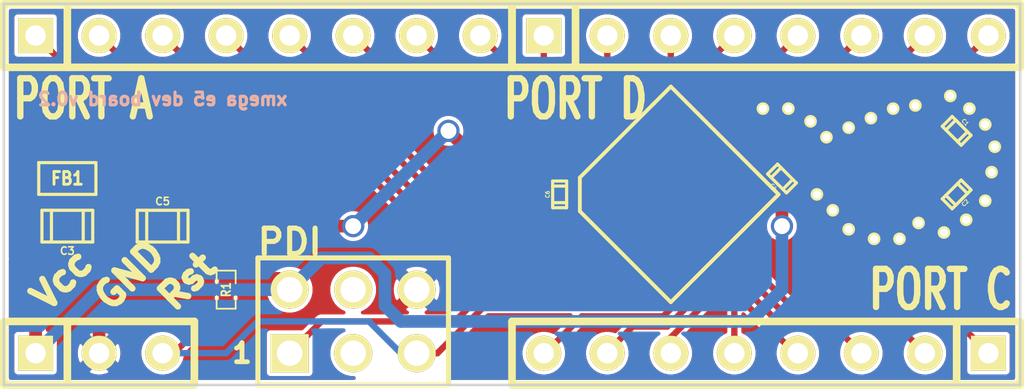
<source format=kicad_pcb>
(kicad_pcb (version 3) (host pcbnew "(2013-june-11)-stable")

  (general
    (links 75)
    (no_connects 0)
    (area 238.243534 108.06684 281.389177 128.15316)
    (thickness 1.6)
    (drawings 9)
    (tracks 191)
    (zones 0)
    (modules 37)
    (nets 32)
  )

  (page A3)
  (layers
    (15 F.Cu signal)
    (0 B.Cu signal)
    (16 B.Adhes user)
    (17 F.Adhes user)
    (18 B.Paste user)
    (19 F.Paste user)
    (20 B.SilkS user)
    (21 F.SilkS user)
    (22 B.Mask user)
    (23 F.Mask user)
    (24 Dwgs.User user)
    (25 Cmts.User user)
    (26 Eco1.User user)
    (27 Eco2.User user)
    (28 Edge.Cuts user)
  )

  (setup
    (last_trace_width 0.254)
    (trace_clearance 0.1524)
    (zone_clearance 0.1524)
    (zone_45_only no)
    (trace_min 0.1524)
    (segment_width 0.2)
    (edge_width 0.1)
    (via_size 0.889)
    (via_drill 0.635)
    (via_min_size 0.508)
    (via_min_drill 0.3302)
    (uvia_size 0.508)
    (uvia_drill 0.127)
    (uvias_allowed no)
    (uvia_min_size 0.508)
    (uvia_min_drill 0.127)
    (pcb_text_width 0.3)
    (pcb_text_size 1.5 1.5)
    (mod_edge_width 0.15)
    (mod_text_size 1 1)
    (mod_text_width 0.15)
    (pad_size 0.508 0.508)
    (pad_drill 0.3302)
    (pad_to_mask_clearance 0)
    (aux_axis_origin 0 0)
    (visible_elements FFFFFFBF)
    (pcbplotparams
      (layerselection 284721153)
      (usegerberextensions true)
      (excludeedgelayer true)
      (linewidth 0.150000)
      (plotframeref false)
      (viasonmask false)
      (mode 1)
      (useauxorigin false)
      (hpglpennumber 1)
      (hpglpenspeed 20)
      (hpglpendiameter 15)
      (hpglpenoverlay 2)
      (psnegative false)
      (psa4output false)
      (plotreference true)
      (plotvalue true)
      (plotothertext true)
      (plotinvisibletext false)
      (padsonsilk false)
      (subtractmaskfromsilk false)
      (outputformat 1)
      (mirror false)
      (drillshape 0)
      (scaleselection 1)
      (outputdirectory gerbers/))
  )

  (net 0 "")
  (net 1 AVcc)
  (net 2 GND)
  (net 3 N-000001)
  (net 4 N-0000010)
  (net 5 N-0000011)
  (net 6 N-0000012)
  (net 7 N-0000013)
  (net 8 N-0000014)
  (net 9 N-0000015)
  (net 10 N-0000016)
  (net 11 N-0000017)
  (net 12 N-0000018)
  (net 13 N-0000019)
  (net 14 N-000002)
  (net 15 N-0000020)
  (net 16 N-0000024)
  (net 17 N-0000026)
  (net 18 N-0000027)
  (net 19 N-0000028)
  (net 20 N-0000029)
  (net 21 N-000003)
  (net 22 N-0000030)
  (net 23 N-0000031)
  (net 24 N-000004)
  (net 25 N-000005)
  (net 26 N-000006)
  (net 27 N-000007)
  (net 28 N-000008)
  (net 29 N-000009)
  (net 30 RESET)
  (net 31 Vcc)

  (net_class Default "This is the default net class."
    (clearance 0.1524)
    (trace_width 0.254)
    (via_dia 0.889)
    (via_drill 0.635)
    (uvia_dia 0.508)
    (uvia_drill 0.127)
    (add_net "")
  )

  (net_class Power ""
    (clearance 0.1524)
    (trace_width 0.508)
    (via_dia 0.889)
    (via_drill 0.635)
    (uvia_dia 0.508)
    (uvia_drill 0.127)
    (add_net AVcc)
    (add_net GND)
    (add_net Vcc)
  )

  (net_class Signal ""
    (clearance 0.1524)
    (trace_width 0.254)
    (via_dia 0.5842)
    (via_drill 0.381)
    (uvia_dia 0.508)
    (uvia_drill 0.127)
    (add_net N-000001)
    (add_net N-0000010)
    (add_net N-0000011)
    (add_net N-0000012)
    (add_net N-0000013)
    (add_net N-0000014)
    (add_net N-0000015)
    (add_net N-0000016)
    (add_net N-0000017)
    (add_net N-0000018)
    (add_net N-0000019)
    (add_net N-000002)
    (add_net N-0000020)
    (add_net N-0000024)
    (add_net N-0000026)
    (add_net N-0000027)
    (add_net N-0000028)
    (add_net N-0000029)
    (add_net N-000003)
    (add_net N-0000030)
    (add_net N-0000031)
    (add_net N-000004)
    (add_net N-000005)
    (add_net N-000006)
    (add_net N-000007)
    (add_net N-000008)
    (add_net N-000009)
    (add_net RESET)
  )

  (module HOLE (layer F.Cu) (tedit 52E5F34B) (tstamp 52E5F3CF)
    (at 278.384 116.205)
    (fp_text reference HOLE (at 0.25 -1) (layer F.SilkS) hide
      (effects (font (size 1 1) (thickness 0.15)))
    )
    (fp_text value VAL** (at 0 1.25) (layer F.SilkS) hide
      (effects (font (size 1 1) (thickness 0.15)))
    )
    (pad 1 thru_hole circle (at 0 0) (size 0.508 0.508) (drill 0.3302)
      (layers *.Cu F.SilkS)
      (net 2 GND)
    )
  )

  (module HOLE (layer F.Cu) (tedit 52E5F34B) (tstamp 52E5F3C3)
    (at 276.352 119.634)
    (fp_text reference HOLE (at 0.25 -1) (layer F.SilkS) hide
      (effects (font (size 1 1) (thickness 0.15)))
    )
    (fp_text value VAL** (at 0 1.25) (layer F.SilkS) hide
      (effects (font (size 1 1) (thickness 0.15)))
    )
    (pad 1 thru_hole circle (at 0 0) (size 0.508 0.508) (drill 0.3302)
      (layers *.Cu F.SilkS)
      (net 2 GND)
    )
  )

  (module HOLE (layer F.Cu) (tedit 52E5F34B) (tstamp 52E5F3BF)
    (at 272.542 119.507)
    (fp_text reference HOLE (at 0.25 -1) (layer F.SilkS) hide
      (effects (font (size 1 1) (thickness 0.15)))
    )
    (fp_text value VAL** (at 0 1.25) (layer F.SilkS) hide
      (effects (font (size 1 1) (thickness 0.15)))
    )
    (pad 1 thru_hole circle (at 0 0) (size 0.508 0.508) (drill 0.3302)
      (layers *.Cu F.SilkS)
      (net 2 GND)
    )
  )

  (module HOLE (layer F.Cu) (tedit 52E5F34B) (tstamp 52E5F3BB)
    (at 271.907 118.745)
    (fp_text reference HOLE (at 0.25 -1) (layer F.SilkS) hide
      (effects (font (size 1 1) (thickness 0.15)))
    )
    (fp_text value VAL** (at 0 1.25) (layer F.SilkS) hide
      (effects (font (size 1 1) (thickness 0.15)))
    )
    (pad 1 thru_hole circle (at 0 0) (size 0.508 0.508) (drill 0.3302)
      (layers *.Cu F.SilkS)
      (net 2 GND)
    )
  )

  (module HOLE (layer F.Cu) (tedit 52E5F34B) (tstamp 52E5F3B7)
    (at 271.272 118.11)
    (fp_text reference HOLE (at 0.25 -1) (layer F.SilkS) hide
      (effects (font (size 1 1) (thickness 0.15)))
    )
    (fp_text value VAL** (at 0 1.25) (layer F.SilkS) hide
      (effects (font (size 1 1) (thickness 0.15)))
    )
    (pad 1 thru_hole circle (at 0 0) (size 0.508 0.508) (drill 0.3302)
      (layers *.Cu F.SilkS)
      (net 2 GND)
    )
  )

  (module HOLE (layer F.Cu) (tedit 52E5F34B) (tstamp 52E5F3B3)
    (at 274.574 119.888)
    (fp_text reference HOLE (at 0.25 -1) (layer F.SilkS) hide
      (effects (font (size 1 1) (thickness 0.15)))
    )
    (fp_text value VAL** (at 0 1.25) (layer F.SilkS) hide
      (effects (font (size 1 1) (thickness 0.15)))
    )
    (pad 1 thru_hole circle (at 0 0) (size 0.508 0.508) (drill 0.3302)
      (layers *.Cu F.SilkS)
      (net 2 GND)
    )
  )

  (module HOLE (layer F.Cu) (tedit 52E5F34B) (tstamp 52E5F38F)
    (at 275.209 114.554)
    (fp_text reference HOLE (at 0.25 -1) (layer F.SilkS) hide
      (effects (font (size 1 1) (thickness 0.15)))
    )
    (fp_text value VAL** (at 0 1.25) (layer F.SilkS) hide
      (effects (font (size 1 1) (thickness 0.15)))
    )
    (pad 1 thru_hole circle (at 0 0) (size 0.508 0.508) (drill 0.3302)
      (layers *.Cu F.SilkS)
      (net 2 GND)
    )
  )

  (module HOLE (layer F.Cu) (tedit 52E5F34B) (tstamp 52E5F38B)
    (at 278.003 115.316)
    (fp_text reference HOLE (at 0.25 -1) (layer F.SilkS) hide
      (effects (font (size 1 1) (thickness 0.15)))
    )
    (fp_text value VAL** (at 0 1.25) (layer F.SilkS) hide
      (effects (font (size 1 1) (thickness 0.15)))
    )
    (pad 1 thru_hole circle (at 0 0) (size 0.508 0.508) (drill 0.3302)
      (layers *.Cu F.SilkS)
      (net 2 GND)
    )
  )

  (module HOLE (layer F.Cu) (tedit 52E5F34B) (tstamp 52E5F387)
    (at 278.257 117.221)
    (fp_text reference HOLE (at 0.25 -1) (layer F.SilkS) hide
      (effects (font (size 1 1) (thickness 0.15)))
    )
    (fp_text value VAL** (at 0 1.25) (layer F.SilkS) hide
      (effects (font (size 1 1) (thickness 0.15)))
    )
    (pad 1 thru_hole circle (at 0 0) (size 0.508 0.508) (drill 0.3302)
      (layers *.Cu F.SilkS)
      (net 2 GND)
    )
  )

  (module HOLE (layer F.Cu) (tedit 52E5F34B) (tstamp 52E5F383)
    (at 277.368 114.681)
    (fp_text reference HOLE (at 0.25 -1) (layer F.SilkS) hide
      (effects (font (size 1 1) (thickness 0.15)))
    )
    (fp_text value VAL** (at 0 1.25) (layer F.SilkS) hide
      (effects (font (size 1 1) (thickness 0.15)))
    )
    (pad 1 thru_hole circle (at 0 0) (size 0.508 0.508) (drill 0.3302)
      (layers *.Cu F.SilkS)
      (net 2 GND)
    )
  )

  (module HOLE (layer F.Cu) (tedit 52E5F34B) (tstamp 52E5F37F)
    (at 275.336 119.253)
    (fp_text reference HOLE (at 0.25 -1) (layer F.SilkS) hide
      (effects (font (size 1 1) (thickness 0.15)))
    )
    (fp_text value VAL** (at 0 1.25) (layer F.SilkS) hide
      (effects (font (size 1 1) (thickness 0.15)))
    )
    (pad 1 thru_hole circle (at 0 0) (size 0.508 0.508) (drill 0.3302)
      (layers *.Cu F.SilkS)
      (net 2 GND)
    )
  )

  (module HOLE (layer F.Cu) (tedit 52E5F34B) (tstamp 52E5F37B)
    (at 273.558 119.888)
    (fp_text reference HOLE (at 0.25 -1) (layer F.SilkS) hide
      (effects (font (size 1 1) (thickness 0.15)))
    )
    (fp_text value VAL** (at 0 1.25) (layer F.SilkS) hide
      (effects (font (size 1 1) (thickness 0.15)))
    )
    (pad 1 thru_hole circle (at 0 0) (size 0.508 0.508) (drill 0.3302)
      (layers *.Cu F.SilkS)
      (net 2 GND)
    )
  )

  (module HOLE (layer F.Cu) (tedit 52E5F34B) (tstamp 52E5F377)
    (at 277.241 119.126)
    (fp_text reference HOLE (at 0.25 -1) (layer F.SilkS) hide
      (effects (font (size 1 1) (thickness 0.15)))
    )
    (fp_text value VAL** (at 0 1.25) (layer F.SilkS) hide
      (effects (font (size 1 1) (thickness 0.15)))
    )
    (pad 1 thru_hole circle (at 0 0) (size 0.508 0.508) (drill 0.3302)
      (layers *.Cu F.SilkS)
      (net 2 GND)
    )
  )

  (module HOLE (layer F.Cu) (tedit 52E5F34B) (tstamp 52E5F373)
    (at 278.003 118.364)
    (fp_text reference HOLE (at 0.25 -1) (layer F.SilkS) hide
      (effects (font (size 1 1) (thickness 0.15)))
    )
    (fp_text value VAL** (at 0 1.25) (layer F.SilkS) hide
      (effects (font (size 1 1) (thickness 0.15)))
    )
    (pad 1 thru_hole circle (at 0 0) (size 0.508 0.508) (drill 0.3302)
      (layers *.Cu F.SilkS)
      (net 2 GND)
    )
  )

  (module HOLE (layer F.Cu) (tedit 52E5F34B) (tstamp 52E5F36F)
    (at 271.018 115.189)
    (fp_text reference HOLE (at 0.25 -1) (layer F.SilkS) hide
      (effects (font (size 1 1) (thickness 0.15)))
    )
    (fp_text value VAL** (at 0 1.25) (layer F.SilkS) hide
      (effects (font (size 1 1) (thickness 0.15)))
    )
    (pad 1 thru_hole circle (at 0 0) (size 0.508 0.508) (drill 0.3302)
      (layers *.Cu F.SilkS)
      (net 2 GND)
    )
  )

  (module HOLE (layer F.Cu) (tedit 52E5F34B) (tstamp 52E5F36B)
    (at 273.431 115.062)
    (fp_text reference HOLE (at 0.25 -1) (layer F.SilkS) hide
      (effects (font (size 1 1) (thickness 0.15)))
    )
    (fp_text value VAL** (at 0 1.25) (layer F.SilkS) hide
      (effects (font (size 1 1) (thickness 0.15)))
    )
    (pad 1 thru_hole circle (at 0 0) (size 0.508 0.508) (drill 0.3302)
      (layers *.Cu F.SilkS)
      (net 2 GND)
    )
  )

  (module HOLE (layer F.Cu) (tedit 52E5F34B) (tstamp 52E5F367)
    (at 272.542 115.443)
    (fp_text reference HOLE (at 0.25 -1) (layer F.SilkS) hide
      (effects (font (size 1 1) (thickness 0.15)))
    )
    (fp_text value VAL** (at 0 1.25) (layer F.SilkS) hide
      (effects (font (size 1 1) (thickness 0.15)))
    )
    (pad 1 thru_hole circle (at 0 0) (size 0.508 0.508) (drill 0.3302)
      (layers *.Cu F.SilkS)
      (net 2 GND)
    )
  )

  (module HOLE (layer F.Cu) (tedit 52E5F34B) (tstamp 52E5F363)
    (at 271.653 115.824)
    (fp_text reference HOLE (at 0.25 -1) (layer F.SilkS) hide
      (effects (font (size 1 1) (thickness 0.15)))
    )
    (fp_text value VAL** (at 0 1.25) (layer F.SilkS) hide
      (effects (font (size 1 1) (thickness 0.15)))
    )
    (pad 1 thru_hole circle (at 0 0) (size 0.508 0.508) (drill 0.3302)
      (layers *.Cu F.SilkS)
      (net 2 GND)
    )
  )

  (module HOLE (layer F.Cu) (tedit 52E5F34B) (tstamp 52E5F35F)
    (at 270.129 114.681)
    (fp_text reference HOLE (at 0.25 -1) (layer F.SilkS) hide
      (effects (font (size 1 1) (thickness 0.15)))
    )
    (fp_text value VAL** (at 0 1.25) (layer F.SilkS) hide
      (effects (font (size 1 1) (thickness 0.15)))
    )
    (pad 1 thru_hole circle (at 0 0) (size 0.508 0.508) (drill 0.3302)
      (layers *.Cu F.SilkS)
      (net 2 GND)
    )
  )

  (module HOLE (layer F.Cu) (tedit 52E5F34B) (tstamp 52E5F35B)
    (at 276.606 114.173)
    (fp_text reference HOLE (at 0.25 -1) (layer F.SilkS) hide
      (effects (font (size 1 1) (thickness 0.15)))
    )
    (fp_text value VAL** (at 0 1.25) (layer F.SilkS) hide
      (effects (font (size 1 1) (thickness 0.15)))
    )
    (pad 1 thru_hole circle (at 0 0) (size 0.508 0.508) (drill 0.3302)
      (layers *.Cu F.SilkS)
      (net 2 GND)
    )
  )

  (module HOLE (layer F.Cu) (tedit 52E5F34B) (tstamp 52E5F355)
    (at 274.32 114.681)
    (fp_text reference HOLE (at 0.25 -1) (layer F.SilkS) hide
      (effects (font (size 1 1) (thickness 0.15)))
    )
    (fp_text value VAL** (at 0 1.25) (layer F.SilkS) hide
      (effects (font (size 1 1) (thickness 0.15)))
    )
    (pad 1 thru_hole circle (at 0 0) (size 0.508 0.508) (drill 0.3302)
      (layers *.Cu F.SilkS)
      (net 2 GND)
    )
  )

  (module TSX-3225 (layer F.Cu) (tedit 52DD5017) (tstamp 52E5E911)
    (at 273.05 117.475 45)
    (path /52E5E39C)
    (fp_text reference U2 (at 1.25 -1.75 45) (layer F.SilkS) hide
      (effects (font (size 1 1) (thickness 0.15)))
    )
    (fp_text value TSX-3225 (at 1.25 3.5 45) (layer F.SilkS) hide
      (effects (font (size 1 1) (thickness 0.15)))
    )
    (pad 1 smd rect (at 0 1.6 45) (size 1.4 1.15)
      (layers F.Cu F.Paste F.Mask)
      (net 25 N-000005)
    )
    (pad 2 smd rect (at 2.2 1.6 45) (size 1.4 1.15)
      (layers F.Cu F.Paste F.Mask)
      (net 2 GND)
    )
    (pad 3 smd rect (at 2.2 0 45) (size 1.4 1.15)
      (layers F.Cu F.Paste F.Mask)
      (net 3 N-000001)
    )
    (pad 4 smd rect (at 0 0 45) (size 1.4 1.15)
      (layers F.Cu F.Paste F.Mask)
      (net 2 GND)
    )
  )

  (module SM0603 (layer F.Cu) (tedit 4E43A3D1) (tstamp 52E5E91B)
    (at 241.3 117.475)
    (path /52E5EAC5)
    (attr smd)
    (fp_text reference FB1 (at 0 0) (layer F.SilkS)
      (effects (font (size 0.508 0.4572) (thickness 0.1143)))
    )
    (fp_text value FILTER (at 0 0) (layer F.SilkS) hide
      (effects (font (size 0.508 0.4572) (thickness 0.1143)))
    )
    (fp_line (start -1.143 -0.635) (end 1.143 -0.635) (layer F.SilkS) (width 0.127))
    (fp_line (start 1.143 -0.635) (end 1.143 0.635) (layer F.SilkS) (width 0.127))
    (fp_line (start 1.143 0.635) (end -1.143 0.635) (layer F.SilkS) (width 0.127))
    (fp_line (start -1.143 0.635) (end -1.143 -0.635) (layer F.SilkS) (width 0.127))
    (pad 1 smd rect (at -0.762 0) (size 0.635 1.143)
      (layers F.Cu F.Paste F.Mask)
      (net 31 Vcc)
    )
    (pad 2 smd rect (at 0.762 0) (size 0.635 1.143)
      (layers F.Cu F.Paste F.Mask)
      (net 1 AVcc)
    )
    (model smd\resistors\R0603.wrl
      (at (xyz 0 0 0.001))
      (scale (xyz 0.5 0.5 0.5))
      (rotate (xyz 0 0 0))
    )
  )

  (module SM0402_r (layer F.Cu) (tedit 5141C458) (tstamp 52E5E927)
    (at 247.65 121.92 90)
    (path /52E5EE41)
    (attr smd)
    (fp_text reference R1 (at 0 0 90) (layer F.SilkS)
      (effects (font (size 0.35052 0.3048) (thickness 0.07112)))
    )
    (fp_text value 10k (at 0.09906 0 90) (layer F.SilkS) hide
      (effects (font (size 0.35052 0.3048) (thickness 0.07112)))
    )
    (fp_line (start -0.254 -0.381) (end -0.762 -0.381) (layer F.SilkS) (width 0.07112))
    (fp_line (start -0.762 -0.381) (end -0.762 0.381) (layer F.SilkS) (width 0.07112))
    (fp_line (start -0.762 0.381) (end -0.254 0.381) (layer F.SilkS) (width 0.07112))
    (fp_line (start 0.254 -0.381) (end 0.762 -0.381) (layer F.SilkS) (width 0.07112))
    (fp_line (start 0.762 -0.381) (end 0.762 0.381) (layer F.SilkS) (width 0.07112))
    (fp_line (start 0.762 0.381) (end 0.254 0.381) (layer F.SilkS) (width 0.07112))
    (pad 1 smd rect (at -0.44958 0 90) (size 0.39878 0.59944)
      (layers F.Cu F.Paste F.Mask)
      (net 30 RESET)
    )
    (pad 2 smd rect (at 0.44958 0 90) (size 0.39878 0.59944)
      (layers F.Cu F.Paste F.Mask)
      (net 31 Vcc)
    )
    (model smd/resistors/R0402.wrl
      (at (xyz 0 0 0))
      (scale (xyz 0.27 0.27 0.27))
      (rotate (xyz 0 0 0))
    )
  )

  (module SIL-8 (layer F.Cu) (tedit 52E5F2B9) (tstamp 52E5E938)
    (at 269.24 124.46 180)
    (descr "Connecteur 8 pins")
    (tags "CONN DEV")
    (path /52E5E08C)
    (fp_text reference P3 (at -6.35 -2.54 180) (layer F.SilkS) hide
      (effects (font (size 1.72974 1.08712) (thickness 0.27178)))
    )
    (fp_text value "PORT C" (at -6.985 2.54 180) (layer F.SilkS)
      (effects (font (size 1.524 1.016) (thickness 0.3048)))
    )
    (fp_line (start -10.16 -1.27) (end 10.16 -1.27) (layer F.SilkS) (width 0.3048))
    (fp_line (start 10.16 -1.27) (end 10.16 1.27) (layer F.SilkS) (width 0.3048))
    (fp_line (start 10.16 1.27) (end -10.16 1.27) (layer F.SilkS) (width 0.3048))
    (fp_line (start -10.16 1.27) (end -10.16 -1.27) (layer F.SilkS) (width 0.3048))
    (fp_line (start -7.62 1.27) (end -7.62 -1.27) (layer F.SilkS) (width 0.3048))
    (pad 1 thru_hole rect (at -8.89 0 180) (size 1.397 1.397) (drill 0.8128)
      (layers *.Cu *.Mask F.SilkS)
      (net 8 N-0000014)
    )
    (pad 2 thru_hole circle (at -6.35 0 180) (size 1.397 1.397) (drill 0.8128)
      (layers *.Cu *.Mask F.SilkS)
      (net 16 N-0000024)
    )
    (pad 3 thru_hole circle (at -3.81 0 180) (size 1.397 1.397) (drill 0.8128)
      (layers *.Cu *.Mask F.SilkS)
      (net 7 N-0000013)
    )
    (pad 4 thru_hole circle (at -1.27 0 180) (size 1.397 1.397) (drill 0.8128)
      (layers *.Cu *.Mask F.SilkS)
      (net 6 N-0000012)
    )
    (pad 5 thru_hole circle (at 1.27 0 180) (size 1.397 1.397) (drill 0.8128)
      (layers *.Cu *.Mask F.SilkS)
      (net 5 N-0000011)
    )
    (pad 6 thru_hole circle (at 3.81 0 180) (size 1.397 1.397) (drill 0.8128)
      (layers *.Cu *.Mask F.SilkS)
      (net 26 N-000006)
    )
    (pad 7 thru_hole circle (at 6.35 0 180) (size 1.397 1.397) (drill 0.8128)
      (layers *.Cu *.Mask F.SilkS)
      (net 4 N-0000010)
    )
    (pad 8 thru_hole circle (at 8.89 0 180) (size 1.397 1.397) (drill 0.8128)
      (layers *.Cu *.Mask F.SilkS)
      (net 29 N-000009)
    )
  )

  (module SIL-8 (layer F.Cu) (tedit 52E5F2BE) (tstamp 52E5E949)
    (at 248.92 111.76)
    (descr "Connecteur 8 pins")
    (tags "CONN DEV")
    (path /52E5E0B4)
    (fp_text reference P1 (at -6.35 -2.54) (layer F.SilkS) hide
      (effects (font (size 1.72974 1.08712) (thickness 0.27178)))
    )
    (fp_text value "PORT A" (at -6.985 2.54) (layer F.SilkS)
      (effects (font (size 1.524 1.016) (thickness 0.3048)))
    )
    (fp_line (start -10.16 -1.27) (end 10.16 -1.27) (layer F.SilkS) (width 0.3048))
    (fp_line (start 10.16 -1.27) (end 10.16 1.27) (layer F.SilkS) (width 0.3048))
    (fp_line (start 10.16 1.27) (end -10.16 1.27) (layer F.SilkS) (width 0.3048))
    (fp_line (start -10.16 1.27) (end -10.16 -1.27) (layer F.SilkS) (width 0.3048))
    (fp_line (start -7.62 1.27) (end -7.62 -1.27) (layer F.SilkS) (width 0.3048))
    (pad 1 thru_hole rect (at -8.89 0) (size 1.397 1.397) (drill 0.8128)
      (layers *.Cu *.Mask F.SilkS)
      (net 23 N-0000031)
    )
    (pad 2 thru_hole circle (at -6.35 0) (size 1.397 1.397) (drill 0.8128)
      (layers *.Cu *.Mask F.SilkS)
      (net 22 N-0000030)
    )
    (pad 3 thru_hole circle (at -3.81 0) (size 1.397 1.397) (drill 0.8128)
      (layers *.Cu *.Mask F.SilkS)
      (net 20 N-0000029)
    )
    (pad 4 thru_hole circle (at -1.27 0) (size 1.397 1.397) (drill 0.8128)
      (layers *.Cu *.Mask F.SilkS)
      (net 19 N-0000028)
    )
    (pad 5 thru_hole circle (at 1.27 0) (size 1.397 1.397) (drill 0.8128)
      (layers *.Cu *.Mask F.SilkS)
      (net 18 N-0000027)
    )
    (pad 6 thru_hole circle (at 3.81 0) (size 1.397 1.397) (drill 0.8128)
      (layers *.Cu *.Mask F.SilkS)
      (net 17 N-0000026)
    )
    (pad 7 thru_hole circle (at 6.35 0) (size 1.397 1.397) (drill 0.8128)
      (layers *.Cu *.Mask F.SilkS)
      (net 27 N-000007)
    )
    (pad 8 thru_hole circle (at 8.89 0) (size 1.397 1.397) (drill 0.8128)
      (layers *.Cu *.Mask F.SilkS)
      (net 28 N-000008)
    )
  )

  (module SIL-8 (layer F.Cu) (tedit 52E5F2B3) (tstamp 52E5E95A)
    (at 269.24 111.76)
    (descr "Connecteur 8 pins")
    (tags "CONN DEV")
    (path /52E5E20D)
    (fp_text reference P4 (at -6.35 -2.54) (layer F.SilkS) hide
      (effects (font (size 1.72974 1.08712) (thickness 0.27178)))
    )
    (fp_text value "PORT D" (at -7.62 2.54) (layer F.SilkS)
      (effects (font (size 1.524 1.016) (thickness 0.3048)))
    )
    (fp_line (start -10.16 -1.27) (end 10.16 -1.27) (layer F.SilkS) (width 0.3048))
    (fp_line (start 10.16 -1.27) (end 10.16 1.27) (layer F.SilkS) (width 0.3048))
    (fp_line (start 10.16 1.27) (end -10.16 1.27) (layer F.SilkS) (width 0.3048))
    (fp_line (start -10.16 1.27) (end -10.16 -1.27) (layer F.SilkS) (width 0.3048))
    (fp_line (start -7.62 1.27) (end -7.62 -1.27) (layer F.SilkS) (width 0.3048))
    (pad 1 thru_hole rect (at -8.89 0) (size 1.397 1.397) (drill 0.8128)
      (layers *.Cu *.Mask F.SilkS)
      (net 24 N-000004)
    )
    (pad 2 thru_hole circle (at -6.35 0) (size 1.397 1.397) (drill 0.8128)
      (layers *.Cu *.Mask F.SilkS)
      (net 21 N-000003)
    )
    (pad 3 thru_hole circle (at -3.81 0) (size 1.397 1.397) (drill 0.8128)
      (layers *.Cu *.Mask F.SilkS)
      (net 14 N-000002)
    )
    (pad 4 thru_hole circle (at -1.27 0) (size 1.397 1.397) (drill 0.8128)
      (layers *.Cu *.Mask F.SilkS)
      (net 13 N-0000019)
    )
    (pad 5 thru_hole circle (at 1.27 0) (size 1.397 1.397) (drill 0.8128)
      (layers *.Cu *.Mask F.SilkS)
      (net 12 N-0000018)
    )
    (pad 6 thru_hole circle (at 3.81 0) (size 1.397 1.397) (drill 0.8128)
      (layers *.Cu *.Mask F.SilkS)
      (net 11 N-0000017)
    )
    (pad 7 thru_hole circle (at 6.35 0) (size 1.397 1.397) (drill 0.8128)
      (layers *.Cu *.Mask F.SilkS)
      (net 10 N-0000016)
    )
    (pad 8 thru_hole circle (at 8.89 0) (size 1.397 1.397) (drill 0.8128)
      (layers *.Cu *.Mask F.SilkS)
      (net 9 N-0000015)
    )
  )

  (module SIL-3 (layer F.Cu) (tedit 52E5F522) (tstamp 52E5E966)
    (at 242.57 124.46)
    (descr "Connecteur 3 pins")
    (tags "CONN DEV")
    (path /52E5FA54)
    (fp_text reference K1 (at 0 -2.54) (layer F.SilkS) hide
      (effects (font (size 1.7907 1.07696) (thickness 0.26924)))
    )
    (fp_text value PWR/RST (at 0 2.54) (layer F.SilkS) hide
      (effects (font (size 1.524 1.016) (thickness 0.254)))
    )
    (fp_line (start -3.81 1.27) (end -3.81 -1.27) (layer F.SilkS) (width 0.3048))
    (fp_line (start -3.81 -1.27) (end 3.81 -1.27) (layer F.SilkS) (width 0.3048))
    (fp_line (start 3.81 -1.27) (end 3.81 1.27) (layer F.SilkS) (width 0.3048))
    (fp_line (start 3.81 1.27) (end -3.81 1.27) (layer F.SilkS) (width 0.3048))
    (fp_line (start -1.27 -1.27) (end -1.27 1.27) (layer F.SilkS) (width 0.3048))
    (pad 1 thru_hole rect (at -2.54 0) (size 1.397 1.397) (drill 0.8128)
      (layers *.Cu *.Mask F.SilkS)
      (net 31 Vcc)
    )
    (pad 2 thru_hole circle (at 0 0) (size 1.397 1.397) (drill 0.8128)
      (layers *.Cu *.Mask F.SilkS)
      (net 2 GND)
    )
    (pad 3 thru_hole circle (at 2.54 0) (size 1.397 1.397) (drill 0.8128)
      (layers *.Cu *.Mask F.SilkS)
      (net 30 RESET)
    )
  )

  (module QFN32 (layer F.Cu) (tedit 52E5F280) (tstamp 52E5E991)
    (at 265.43 118.11 45)
    (descr "Support CMS Plcc 32 pins")
    (tags "CMS Plcc")
    (path /52E5E07D)
    (attr smd)
    (fp_text reference U1 (at 0 -1.016 45) (layer F.SilkS) hide
      (effects (font (size 0.762 0.762) (thickness 0.1524)))
    )
    (fp_text value XMEGA-E5 (at 0 0.762 45) (layer F.SilkS) hide
      (effects (font (size 0.762 0.762) (thickness 0.1524)))
    )
    (fp_line (start -2.0955 -3.048) (end 2.0955 -3.048) (layer F.SilkS) (width 0.1524))
    (fp_line (start 2.0955 -3.048) (end 3.048 -3.048) (layer F.SilkS) (width 0.1524))
    (fp_line (start 3.048 -3.048) (end 3.048 3.048) (layer F.SilkS) (width 0.1524))
    (fp_line (start 3.048 3.048) (end -3.048 3.048) (layer F.SilkS) (width 0.1524))
    (fp_line (start -3.048 3.048) (end -3.048 -2.0955) (layer F.SilkS) (width 0.1524))
    (fp_line (start -3.048 -2.0955) (end -2.0955 -3.048) (layer F.SilkS) (width 0.1524))
    (pad 31 smd rect (at -1.24968 -2.49936 45) (size 0.254 0.762)
      (layers F.Cu F.Paste F.Mask)
      (net 17 N-0000026)
    )
    (pad 30 smd rect (at -0.7493 -2.49936 45) (size 0.254 0.762)
      (layers F.Cu F.Paste F.Mask)
      (net 27 N-000007)
    )
    (pad 29 smd rect (at -0.24892 -2.49936 45) (size 0.254 0.762)
      (layers F.Cu F.Paste F.Mask)
      (net 28 N-000008)
    )
    (pad 32 smd rect (at -1.75006 -2.49936 45) (size 0.254 0.762)
      (layers F.Cu F.Paste F.Mask)
      (net 1 AVcc)
    )
    (pad 1 smd rect (at -2.49936 -1.75006 135) (size 0.254 0.762)
      (layers F.Cu F.Paste F.Mask)
      (net 2 GND)
    )
    (pad 2 smd rect (at -2.49936 -1.24968 135) (size 0.254 0.762)
      (layers F.Cu F.Paste F.Mask)
      (net 18 N-0000027)
    )
    (pad 3 smd rect (at -2.49936 -0.7493 135) (size 0.254 0.762)
      (layers F.Cu F.Paste F.Mask)
      (net 19 N-0000028)
    )
    (pad 4 smd rect (at -2.49936 -0.24892 135) (size 0.254 0.762)
      (layers F.Cu F.Paste F.Mask)
      (net 20 N-0000029)
    )
    (pad 5 smd rect (at -2.49936 0.24892 135) (size 0.254 0.762)
      (layers F.Cu F.Paste F.Mask)
      (net 22 N-0000030)
    )
    (pad 6 smd rect (at -2.49936 0.7493 135) (size 0.254 0.762)
      (layers F.Cu F.Paste F.Mask)
      (net 23 N-0000031)
    )
    (pad 7 smd rect (at -2.49936 1.24968 135) (size 0.254 0.762)
      (layers F.Cu F.Paste F.Mask)
      (net 15 N-0000020)
    )
    (pad 8 smd rect (at -2.49936 1.75006 135) (size 0.254 0.762)
      (layers F.Cu F.Paste F.Mask)
      (net 30 RESET)
    )
    (pad 16 smd rect (at 1.75006 2.49936 45) (size 0.254 0.762)
      (layers F.Cu F.Paste F.Mask)
      (net 8 N-0000014)
    )
    (pad 9 smd rect (at -1.75006 2.49936 45) (size 0.254 0.762)
      (layers F.Cu F.Paste F.Mask)
      (net 29 N-000009)
    )
    (pad 10 smd rect (at -1.24968 2.49936 45) (size 0.254 0.762)
      (layers F.Cu F.Paste F.Mask)
      (net 4 N-0000010)
    )
    (pad 11 smd rect (at -0.7493 2.49936 45) (size 0.254 0.762)
      (layers F.Cu F.Paste F.Mask)
      (net 26 N-000006)
    )
    (pad 12 smd rect (at -0.24892 2.49936 45) (size 0.254 0.762)
      (layers F.Cu F.Paste F.Mask)
      (net 5 N-0000011)
    )
    (pad 13 smd rect (at 0.24892 2.49936 45) (size 0.254 0.762)
      (layers F.Cu F.Paste F.Mask)
      (net 6 N-0000012)
    )
    (pad 14 smd rect (at 0.7493 2.49936 45) (size 0.254 0.762)
      (layers F.Cu F.Paste F.Mask)
      (net 7 N-0000013)
    )
    (pad 15 smd rect (at 1.24968 2.49936 45) (size 0.254 0.762)
      (layers F.Cu F.Paste F.Mask)
      (net 16 N-0000024)
    )
    (pad 17 smd rect (at 2.49936 1.75006 135) (size 0.254 0.762)
      (layers F.Cu F.Paste F.Mask)
      (net 31 Vcc)
    )
    (pad 18 smd rect (at 2.49936 1.24968 135) (size 0.254 0.762)
      (layers F.Cu F.Paste F.Mask)
      (net 2 GND)
    )
    (pad 19 smd rect (at 2.49936 0.7493 135) (size 0.254 0.762)
      (layers F.Cu F.Paste F.Mask)
      (net 25 N-000005)
    )
    (pad 20 smd rect (at 2.49936 0.24892 135) (size 0.254 0.762)
      (layers F.Cu F.Paste F.Mask)
      (net 3 N-000001)
    )
    (pad 21 smd rect (at 2.49936 -0.24892 135) (size 0.254 0.762)
      (layers F.Cu F.Paste F.Mask)
      (net 9 N-0000015)
    )
    (pad 22 smd rect (at 2.49936 -0.7493 135) (size 0.254 0.762)
      (layers F.Cu F.Paste F.Mask)
      (net 10 N-0000016)
    )
    (pad 23 smd rect (at 2.49936 -1.24968 135) (size 0.254 0.762)
      (layers F.Cu F.Paste F.Mask)
      (net 11 N-0000017)
    )
    (pad 24 smd rect (at 2.49936 -1.75006 135) (size 0.254 0.762)
      (layers F.Cu F.Paste F.Mask)
      (net 12 N-0000018)
    )
    (pad 25 smd rect (at 1.75006 -2.49936 45) (size 0.254 0.762)
      (layers F.Cu F.Paste F.Mask)
      (net 13 N-0000019)
    )
    (pad 26 smd rect (at 1.24968 -2.49936 45) (size 0.254 0.762)
      (layers F.Cu F.Paste F.Mask)
      (net 14 N-000002)
    )
    (pad 27 smd rect (at 0.7493 -2.49936 45) (size 0.254 0.762)
      (layers F.Cu F.Paste F.Mask)
      (net 21 N-000003)
    )
    (pad 28 smd rect (at 0.24892 -2.49936 45) (size 0.254 0.762)
      (layers F.Cu F.Paste F.Mask)
      (net 24 N-000004)
    )
    (pad 33 smd rect (at 0 0 45) (size 2.99974 2.99974)
      (layers F.Cu F.Paste F.Mask)
      (net 2 GND)
    )
  )

  (module pin_array_3x2 (layer F.Cu) (tedit 52E5F23D) (tstamp 52E5E99F)
    (at 252.73 123.19)
    (descr "Double rangee de contacts 2 x 4 pins")
    (tags CONN)
    (path /52E5E722)
    (fp_text reference P2 (at 0 -3.81) (layer F.SilkS) hide
      (effects (font (size 1.016 1.016) (thickness 0.2032)))
    )
    (fp_text value PDI (at -2.54 -3.175) (layer F.SilkS)
      (effects (font (size 1.016 1.016) (thickness 0.2032)))
    )
    (fp_line (start 3.81 2.54) (end -3.81 2.54) (layer F.SilkS) (width 0.2032))
    (fp_line (start -3.81 -2.54) (end 3.81 -2.54) (layer F.SilkS) (width 0.2032))
    (fp_line (start 3.81 -2.54) (end 3.81 2.54) (layer F.SilkS) (width 0.2032))
    (fp_line (start -3.81 2.54) (end -3.81 -2.54) (layer F.SilkS) (width 0.2032))
    (pad 1 thru_hole rect (at -2.54 1.27) (size 1.524 1.524) (drill 1.016)
      (layers *.Cu *.Mask F.SilkS)
      (net 15 N-0000020)
    )
    (pad 2 thru_hole circle (at -2.54 -1.27) (size 1.524 1.524) (drill 1.016)
      (layers *.Cu *.Mask F.SilkS)
      (net 31 Vcc)
    )
    (pad 3 thru_hole circle (at 0 1.27) (size 1.524 1.524) (drill 1.016)
      (layers *.Cu *.Mask F.SilkS)
    )
    (pad 4 thru_hole circle (at 0 -1.27) (size 1.524 1.524) (drill 1.016)
      (layers *.Cu *.Mask F.SilkS)
    )
    (pad 5 thru_hole circle (at 2.54 1.27) (size 1.524 1.524) (drill 1.016)
      (layers *.Cu *.Mask F.SilkS)
      (net 30 RESET)
    )
    (pad 6 thru_hole circle (at 2.54 -1.27) (size 1.524 1.524) (drill 1.016)
      (layers *.Cu *.Mask F.SilkS)
      (net 2 GND)
    )
    (model pin_array/pins_array_3x2.wrl
      (at (xyz 0 0 0))
      (scale (xyz 1 1 1))
      (rotate (xyz 0 0 0))
    )
  )

  (module c_0805 (layer F.Cu) (tedit 49047394) (tstamp 52E5E9AB)
    (at 241.3 119.38 180)
    (descr "SMT capacitor, 0805")
    (path /52E5EA7C)
    (fp_text reference C3 (at 0 -0.9906 180) (layer F.SilkS)
      (effects (font (size 0.29972 0.29972) (thickness 0.06096)))
    )
    (fp_text value 4.7uF (at 0 0.9906 180) (layer F.SilkS) hide
      (effects (font (size 0.29972 0.29972) (thickness 0.06096)))
    )
    (fp_line (start 0.635 -0.635) (end 0.635 0.635) (layer F.SilkS) (width 0.127))
    (fp_line (start -0.635 -0.635) (end -0.635 0.6096) (layer F.SilkS) (width 0.127))
    (fp_line (start -1.016 -0.635) (end 1.016 -0.635) (layer F.SilkS) (width 0.127))
    (fp_line (start 1.016 -0.635) (end 1.016 0.635) (layer F.SilkS) (width 0.127))
    (fp_line (start 1.016 0.635) (end -1.016 0.635) (layer F.SilkS) (width 0.127))
    (fp_line (start -1.016 0.635) (end -1.016 -0.635) (layer F.SilkS) (width 0.127))
    (pad 1 smd rect (at 0.9525 0 180) (size 1.30048 1.4986)
      (layers F.Cu F.Paste F.Mask)
      (net 31 Vcc)
    )
    (pad 2 smd rect (at -0.9525 0 180) (size 1.30048 1.4986)
      (layers F.Cu F.Paste F.Mask)
      (net 2 GND)
    )
    (model smd/capacitors/c_0805.wrl
      (at (xyz 0 0 0))
      (scale (xyz 1 1 1))
      (rotate (xyz 0 0 0))
    )
  )

  (module c_0805 (layer F.Cu) (tedit 49047394) (tstamp 52E5E9B7)
    (at 245.11 119.38)
    (descr "SMT capacitor, 0805")
    (path /52E5F059)
    (fp_text reference C5 (at 0 -0.9906) (layer F.SilkS)
      (effects (font (size 0.29972 0.29972) (thickness 0.06096)))
    )
    (fp_text value 10uF (at 0 0.9906) (layer F.SilkS) hide
      (effects (font (size 0.29972 0.29972) (thickness 0.06096)))
    )
    (fp_line (start 0.635 -0.635) (end 0.635 0.635) (layer F.SilkS) (width 0.127))
    (fp_line (start -0.635 -0.635) (end -0.635 0.6096) (layer F.SilkS) (width 0.127))
    (fp_line (start -1.016 -0.635) (end 1.016 -0.635) (layer F.SilkS) (width 0.127))
    (fp_line (start 1.016 -0.635) (end 1.016 0.635) (layer F.SilkS) (width 0.127))
    (fp_line (start 1.016 0.635) (end -1.016 0.635) (layer F.SilkS) (width 0.127))
    (fp_line (start -1.016 0.635) (end -1.016 -0.635) (layer F.SilkS) (width 0.127))
    (pad 1 smd rect (at 0.9525 0) (size 1.30048 1.4986)
      (layers F.Cu F.Paste F.Mask)
      (net 1 AVcc)
    )
    (pad 2 smd rect (at -0.9525 0) (size 1.30048 1.4986)
      (layers F.Cu F.Paste F.Mask)
      (net 2 GND)
    )
    (model smd/capacitors/c_0805.wrl
      (at (xyz 0 0 0))
      (scale (xyz 1 1 1))
      (rotate (xyz 0 0 0))
    )
  )

  (module c_0402 (layer F.Cu) (tedit 49047259) (tstamp 52E5E9C3)
    (at 276.86 115.57 315)
    (descr "SMT capacitor, 0402")
    (path /52E5E475)
    (fp_text reference C1 (at 0 -0.4826 315) (layer F.SilkS)
      (effects (font (size 0.1524 0.1524) (thickness 0.03048)))
    )
    (fp_text value 10pF (at 0 0.4826 315) (layer F.SilkS) hide
      (effects (font (size 0.1524 0.1524) (thickness 0.03048)))
    )
    (fp_line (start 0.3302 -0.2794) (end 0.3302 0.2794) (layer F.SilkS) (width 0.127))
    (fp_line (start -0.3302 -0.2794) (end -0.3302 0.2794) (layer F.SilkS) (width 0.127))
    (fp_line (start -0.5334 -0.2794) (end -0.5334 0.2794) (layer F.SilkS) (width 0.127))
    (fp_line (start -0.5334 0.2794) (end 0.5334 0.2794) (layer F.SilkS) (width 0.127))
    (fp_line (start 0.5334 0.2794) (end 0.5334 -0.2794) (layer F.SilkS) (width 0.127))
    (fp_line (start 0.5334 -0.2794) (end -0.5334 -0.2794) (layer F.SilkS) (width 0.127))
    (pad 1 smd rect (at 0.54864 0 315) (size 0.8001 0.6985)
      (layers F.Cu F.Paste F.Mask)
      (net 2 GND)
    )
    (pad 2 smd rect (at -0.54864 0 315) (size 0.8001 0.6985)
      (layers F.Cu F.Paste F.Mask)
      (net 3 N-000001)
    )
    (model smd/capacitors/c_0402.wrl
      (at (xyz 0 0 0))
      (scale (xyz 1 1 1))
      (rotate (xyz 0 0 0))
    )
  )

  (module c_0402 (layer F.Cu) (tedit 49047259) (tstamp 52E5E9CF)
    (at 276.86 118.11 225)
    (descr "SMT capacitor, 0402")
    (path /52E5E484)
    (fp_text reference C2 (at 0 -0.4826 225) (layer F.SilkS)
      (effects (font (size 0.1524 0.1524) (thickness 0.03048)))
    )
    (fp_text value 10pF (at 0 0.4826 225) (layer F.SilkS) hide
      (effects (font (size 0.1524 0.1524) (thickness 0.03048)))
    )
    (fp_line (start 0.3302 -0.2794) (end 0.3302 0.2794) (layer F.SilkS) (width 0.127))
    (fp_line (start -0.3302 -0.2794) (end -0.3302 0.2794) (layer F.SilkS) (width 0.127))
    (fp_line (start -0.5334 -0.2794) (end -0.5334 0.2794) (layer F.SilkS) (width 0.127))
    (fp_line (start -0.5334 0.2794) (end 0.5334 0.2794) (layer F.SilkS) (width 0.127))
    (fp_line (start 0.5334 0.2794) (end 0.5334 -0.2794) (layer F.SilkS) (width 0.127))
    (fp_line (start 0.5334 -0.2794) (end -0.5334 -0.2794) (layer F.SilkS) (width 0.127))
    (pad 1 smd rect (at 0.54864 0 225) (size 0.8001 0.6985)
      (layers F.Cu F.Paste F.Mask)
      (net 25 N-000005)
    )
    (pad 2 smd rect (at -0.54864 0 225) (size 0.8001 0.6985)
      (layers F.Cu F.Paste F.Mask)
      (net 2 GND)
    )
    (model smd/capacitors/c_0402.wrl
      (at (xyz 0 0 0))
      (scale (xyz 1 1 1))
      (rotate (xyz 0 0 0))
    )
  )

  (module c_0402 (layer F.Cu) (tedit 49047259) (tstamp 52E5E9DB)
    (at 269.875 117.475 135)
    (descr "SMT capacitor, 0402")
    (path /52E5EA8B)
    (fp_text reference C4 (at 0 -0.4826 135) (layer F.SilkS)
      (effects (font (size 0.1524 0.1524) (thickness 0.03048)))
    )
    (fp_text value 0.1uF (at 0 0.4826 135) (layer F.SilkS) hide
      (effects (font (size 0.1524 0.1524) (thickness 0.03048)))
    )
    (fp_line (start 0.3302 -0.2794) (end 0.3302 0.2794) (layer F.SilkS) (width 0.127))
    (fp_line (start -0.3302 -0.2794) (end -0.3302 0.2794) (layer F.SilkS) (width 0.127))
    (fp_line (start -0.5334 -0.2794) (end -0.5334 0.2794) (layer F.SilkS) (width 0.127))
    (fp_line (start -0.5334 0.2794) (end 0.5334 0.2794) (layer F.SilkS) (width 0.127))
    (fp_line (start 0.5334 0.2794) (end 0.5334 -0.2794) (layer F.SilkS) (width 0.127))
    (fp_line (start 0.5334 -0.2794) (end -0.5334 -0.2794) (layer F.SilkS) (width 0.127))
    (pad 1 smd rect (at 0.54864 0 135) (size 0.8001 0.6985)
      (layers F.Cu F.Paste F.Mask)
      (net 31 Vcc)
    )
    (pad 2 smd rect (at -0.54864 0 135) (size 0.8001 0.6985)
      (layers F.Cu F.Paste F.Mask)
      (net 2 GND)
    )
    (model smd/capacitors/c_0402.wrl
      (at (xyz 0 0 0))
      (scale (xyz 1 1 1))
      (rotate (xyz 0 0 0))
    )
  )

  (module c_0402 (layer F.Cu) (tedit 49047259) (tstamp 52E5E9E7)
    (at 260.985 118.11 90)
    (descr "SMT capacitor, 0402")
    (path /52E5EAA9)
    (fp_text reference C6 (at 0 -0.4826 90) (layer F.SilkS)
      (effects (font (size 0.1524 0.1524) (thickness 0.03048)))
    )
    (fp_text value 0.1uF (at 0 0.4826 90) (layer F.SilkS) hide
      (effects (font (size 0.1524 0.1524) (thickness 0.03048)))
    )
    (fp_line (start 0.3302 -0.2794) (end 0.3302 0.2794) (layer F.SilkS) (width 0.127))
    (fp_line (start -0.3302 -0.2794) (end -0.3302 0.2794) (layer F.SilkS) (width 0.127))
    (fp_line (start -0.5334 -0.2794) (end -0.5334 0.2794) (layer F.SilkS) (width 0.127))
    (fp_line (start -0.5334 0.2794) (end 0.5334 0.2794) (layer F.SilkS) (width 0.127))
    (fp_line (start 0.5334 0.2794) (end 0.5334 -0.2794) (layer F.SilkS) (width 0.127))
    (fp_line (start 0.5334 -0.2794) (end -0.5334 -0.2794) (layer F.SilkS) (width 0.127))
    (pad 1 smd rect (at 0.54864 0 90) (size 0.8001 0.6985)
      (layers F.Cu F.Paste F.Mask)
      (net 1 AVcc)
    )
    (pad 2 smd rect (at -0.54864 0 90) (size 0.8001 0.6985)
      (layers F.Cu F.Paste F.Mask)
      (net 2 GND)
    )
    (model smd/capacitors/c_0402.wrl
      (at (xyz 0 0 0))
      (scale (xyz 1 1 1))
      (rotate (xyz 0 0 0))
    )
  )

  (module HOLE (layer F.Cu) (tedit 52E5F34B) (tstamp 52E5F349)
    (at 269.113 114.681)
    (fp_text reference HOLE (at 0.25 -1) (layer F.SilkS) hide
      (effects (font (size 1 1) (thickness 0.15)))
    )
    (fp_text value VAL** (at 0 1.25) (layer F.SilkS) hide
      (effects (font (size 1 1) (thickness 0.15)))
    )
    (pad 1 thru_hole circle (at 0 0) (size 0.508 0.508) (drill 0.3302)
      (layers *.Cu F.SilkS)
      (net 2 GND)
    )
  )

  (gr_text "xmega e5 dev board v0.2\n" (at 245.11 114.3) (layer B.SilkS)
    (effects (font (size 0.508 0.508) (thickness 0.127)) (justify mirror))
  )
  (gr_text 1 (at 248.285 124.46) (layer F.SilkS)
    (effects (font (size 0.762 0.762) (thickness 0.1905)))
  )
  (gr_text Rst (at 245.11 122.555 45) (layer F.SilkS)
    (effects (font (size 1.016 1.016) (thickness 0.254)) (justify left))
  )
  (gr_text GND (at 242.57 122.555 45) (layer F.SilkS)
    (effects (font (size 1.016 1.016) (thickness 0.254)) (justify left))
  )
  (gr_text Vcc (at 240.03 122.555 45) (layer F.SilkS)
    (effects (font (size 1.016 1.016) (thickness 0.254)) (justify left))
  )
  (gr_line (start 279.4 110.49) (end 238.76 110.49) (angle 90) (layer Edge.Cuts) (width 0.1))
  (gr_line (start 279.4 125.73) (end 279.4 110.49) (angle 90) (layer Edge.Cuts) (width 0.1))
  (gr_line (start 238.76 125.73) (end 279.4 125.73) (angle 90) (layer Edge.Cuts) (width 0.1))
  (gr_line (start 238.76 110.49) (end 238.76 125.73) (angle 90) (layer Edge.Cuts) (width 0.1))

  (segment (start 246.0625 119.38) (end 252.73 119.38) (width 0.508) (layer F.Cu) (net 1))
  (segment (start 258.53136 117.56136) (end 260.985 117.56136) (width 0.508) (layer F.Cu) (net 1) (tstamp 52E5F105))
  (segment (start 256.54 115.57) (end 258.53136 117.56136) (width 0.508) (layer F.Cu) (net 1) (tstamp 52E5F104))
  (via (at 256.54 115.57) (size 0.889) (layers F.Cu B.Cu) (net 1))
  (segment (start 252.73 119.38) (end 256.54 115.57) (width 0.508) (layer B.Cu) (net 1) (tstamp 52E5F101))
  (via (at 252.73 119.38) (size 0.889) (layers F.Cu B.Cu) (net 1))
  (segment (start 242.062 117.475) (end 245.11 117.475) (width 0.508) (layer F.Cu) (net 1))
  (segment (start 246.0625 118.4275) (end 246.0625 119.38) (width 0.508) (layer F.Cu) (net 1) (tstamp 52E5F09D))
  (segment (start 245.11 117.475) (end 246.0625 118.4275) (width 0.508) (layer F.Cu) (net 1) (tstamp 52E5F09B))
  (segment (start 260.985 117.56136) (end 260.985 117.348) (width 0.254) (layer F.Cu) (net 1))
  (segment (start 260.985 117.348) (end 261.239 117.094) (width 0.254) (layer F.Cu) (net 1) (tstamp 52E5EEA2))
  (segment (start 261.239 117.094) (end 261.939041 117.094) (width 0.254) (layer F.Cu) (net 1) (tstamp 52E5EEA3))
  (segment (start 261.939041 117.094) (end 262.425206 117.580165) (width 0.254) (layer F.Cu) (net 1) (tstamp 52E5EEA4))
  (segment (start 242.57 124.46) (end 242.57 119.6975) (width 0.508) (layer F.Cu) (net 2))
  (segment (start 242.57 119.6975) (end 242.2525 119.38) (width 0.508) (layer F.Cu) (net 2) (tstamp 52E5F490))
  (segment (start 276.472053 115.182053) (end 275.342947 115.182053) (width 0.254) (layer F.Cu) (net 3))
  (segment (start 275.342947 115.182053) (end 274.605635 115.919365) (width 0.254) (layer F.Cu) (net 3) (tstamp 52E5EEBF))
  (segment (start 274.605635 115.919365) (end 273.208635 115.919365) (width 0.254) (layer F.Cu) (net 3))
  (segment (start 268.474428 115.417598) (end 267.373327 116.518699) (width 0.254) (layer F.Cu) (net 3) (tstamp 52E5EEBA))
  (segment (start 270.170338 115.417598) (end 268.474428 115.417598) (width 0.254) (layer F.Cu) (net 3) (tstamp 52E5EEB9))
  (segment (start 271.43237 116.67963) (end 270.170338 115.417598) (width 0.254) (layer F.Cu) (net 3) (tstamp 52E5EEB7))
  (segment (start 272.44837 116.67963) (end 271.43237 116.67963) (width 0.254) (layer F.Cu) (net 3) (tstamp 52E5EEB6))
  (segment (start 273.208635 115.919365) (end 272.44837 116.67963) (width 0.254) (layer F.Cu) (net 3) (tstamp 52E5EEB5))
  (segment (start 262.89 124.46) (end 262.89 124.409216) (width 0.254) (layer F.Cu) (net 4))
  (segment (start 266.7 121.147315) (end 266.313657 120.760972) (width 0.254) (layer F.Cu) (net 4) (tstamp 52E5EF95))
  (segment (start 266.7 121.98674) (end 266.7 121.147315) (width 0.254) (layer F.Cu) (net 4) (tstamp 52E5EF94))
  (segment (start 265.293524 123.393216) (end 266.7 121.98674) (width 0.254) (layer F.Cu) (net 4) (tstamp 52E5EF93))
  (segment (start 263.906 123.393216) (end 265.293524 123.393216) (width 0.254) (layer F.Cu) (net 4) (tstamp 52E5EF91))
  (segment (start 262.89 124.409216) (end 263.906 123.393216) (width 0.254) (layer F.Cu) (net 4) (tstamp 52E5EF90))
  (segment (start 267.97 124.46) (end 267.97 122.612274) (width 0.254) (layer F.Cu) (net 5))
  (segment (start 267.512804 120.54483) (end 267.021301 120.053327) (width 0.254) (layer F.Cu) (net 5) (tstamp 52E5EFA1))
  (segment (start 267.512804 122.155078) (end 267.512804 120.54483) (width 0.254) (layer F.Cu) (net 5) (tstamp 52E5EFA0))
  (segment (start 267.97 122.612274) (end 267.512804 122.155078) (width 0.254) (layer F.Cu) (net 5) (tstamp 52E5EF9F))
  (segment (start 270.51 124.46) (end 270.392466 124.46) (width 0.254) (layer F.Cu) (net 6))
  (segment (start 267.919206 120.24718) (end 267.373327 119.701301) (width 0.254) (layer F.Cu) (net 6) (tstamp 52E5EFA6))
  (segment (start 267.919206 121.98674) (end 267.919206 120.24718) (width 0.254) (layer F.Cu) (net 6) (tstamp 52E5EFA5))
  (segment (start 270.392466 124.46) (end 267.919206 121.98674) (width 0.254) (layer F.Cu) (net 6) (tstamp 52E5EFA4))
  (segment (start 273.05 124.46) (end 272.034 123.444) (width 0.254) (layer F.Cu) (net 7))
  (segment (start 268.325608 119.945937) (end 267.72715 119.347479) (width 0.254) (layer F.Cu) (net 7) (tstamp 52E5EFAC))
  (segment (start 268.325608 121.818402) (end 268.325608 119.945937) (width 0.254) (layer F.Cu) (net 7) (tstamp 52E5EFAB))
  (segment (start 269.951206 123.444) (end 268.325608 121.818402) (width 0.254) (layer F.Cu) (net 7) (tstamp 52E5EFAA))
  (segment (start 272.034 123.444) (end 269.951206 123.444) (width 0.254) (layer F.Cu) (net 7) (tstamp 52E5EFA9))
  (segment (start 278.13 124.46) (end 276.098 122.428) (width 0.254) (layer F.Cu) (net 8))
  (segment (start 269.138412 119.343453) (end 268.434794 118.639835) (width 0.254) (layer F.Cu) (net 8) (tstamp 52E5EFB8))
  (segment (start 269.138412 121.481726) (end 269.138412 119.343453) (width 0.254) (layer F.Cu) (net 8) (tstamp 52E5EFB7))
  (segment (start 270.084686 122.428) (end 269.138412 121.481726) (width 0.254) (layer F.Cu) (net 8) (tstamp 52E5EFB6))
  (segment (start 276.098 122.428) (end 270.084686 122.428) (width 0.254) (layer F.Cu) (net 8) (tstamp 52E5EFB5))
  (segment (start 267.021301 116.166673) (end 267.021301 116.077439) (width 0.254) (layer F.Cu) (net 9))
  (segment (start 275.894794 113.995206) (end 278.13 111.76) (width 0.254) (layer F.Cu) (net 9) (tstamp 52E5EEF3))
  (segment (start 268.794056 113.995206) (end 275.894794 113.995206) (width 0.254) (layer F.Cu) (net 9) (tstamp 52E5EEF2))
  (segment (start 267.848631 114.940631) (end 268.794056 113.995206) (width 0.254) (layer F.Cu) (net 9) (tstamp 52E5EEF1))
  (segment (start 267.848631 115.250109) (end 267.848631 114.940631) (width 0.254) (layer F.Cu) (net 9) (tstamp 52E5EEF0))
  (segment (start 267.021301 116.077439) (end 267.848631 115.250109) (width 0.254) (layer F.Cu) (net 9) (tstamp 52E5EEEF))
  (segment (start 266.667479 115.81285) (end 266.71115 115.81285) (width 0.254) (layer F.Cu) (net 10))
  (segment (start 273.761196 113.588804) (end 275.59 111.76) (width 0.254) (layer F.Cu) (net 10) (tstamp 52E5EEEB))
  (segment (start 268.625718 113.588804) (end 273.761196 113.588804) (width 0.254) (layer F.Cu) (net 10) (tstamp 52E5EEEA))
  (segment (start 267.434261 114.780261) (end 268.625718 113.588804) (width 0.254) (layer F.Cu) (net 10) (tstamp 52E5EEE9))
  (segment (start 267.434261 115.089739) (end 267.434261 114.780261) (width 0.254) (layer F.Cu) (net 10) (tstamp 52E5EEE8))
  (segment (start 266.71115 115.81285) (end 267.434261 115.089739) (width 0.254) (layer F.Cu) (net 10) (tstamp 52E5EEE7))
  (segment (start 266.313657 115.459028) (end 266.313657 115.448343) (width 0.254) (layer F.Cu) (net 11))
  (segment (start 271.627598 113.182402) (end 273.05 111.76) (width 0.254) (layer F.Cu) (net 11) (tstamp 52E5EEE3))
  (segment (start 268.45738 113.182402) (end 271.627598 113.182402) (width 0.254) (layer F.Cu) (net 11) (tstamp 52E5EEE2))
  (segment (start 267.019891 114.619891) (end 268.45738 113.182402) (width 0.254) (layer F.Cu) (net 11) (tstamp 52E5EEE1))
  (segment (start 267.019891 114.742109) (end 267.019891 114.619891) (width 0.254) (layer F.Cu) (net 11) (tstamp 52E5EEE0))
  (segment (start 266.313657 115.448343) (end 267.019891 114.742109) (width 0.254) (layer F.Cu) (net 11) (tstamp 52E5EEDF))
  (segment (start 270.51 111.76) (end 269.494 112.776) (width 0.254) (layer F.Cu) (net 12))
  (segment (start 268.289041 112.776) (end 265.959835 115.105206) (width 0.254) (layer F.Cu) (net 12) (tstamp 52E5EEC8))
  (segment (start 269.494 112.776) (end 268.289041 112.776) (width 0.254) (layer F.Cu) (net 12) (tstamp 52E5EEC7))
  (segment (start 267.97 111.76) (end 266.7 113.03) (width 0.254) (layer F.Cu) (net 13))
  (segment (start 264.414 114.619041) (end 264.900165 115.105206) (width 0.254) (layer F.Cu) (net 13) (tstamp 52E5EEFC))
  (segment (start 264.414 114.3) (end 264.414 114.619041) (width 0.254) (layer F.Cu) (net 13) (tstamp 52E5EEFB))
  (segment (start 265.684 113.03) (end 264.414 114.3) (width 0.254) (layer F.Cu) (net 13) (tstamp 52E5EEF9))
  (segment (start 266.7 113.03) (end 265.684 113.03) (width 0.254) (layer F.Cu) (net 13) (tstamp 52E5EEF8))
  (segment (start 265.43 111.76) (end 265.43 112.70926) (width 0.254) (layer F.Cu) (net 14))
  (segment (start 264.007598 114.920283) (end 264.546343 115.459028) (width 0.254) (layer F.Cu) (net 14) (tstamp 52E5EF02))
  (segment (start 264.007598 114.131662) (end 264.007598 114.920283) (width 0.254) (layer F.Cu) (net 14) (tstamp 52E5EF01))
  (segment (start 265.43 112.70926) (end 264.007598 114.131662) (width 0.254) (layer F.Cu) (net 14) (tstamp 52E5EF00))
  (segment (start 250.19 124.46) (end 251.46 123.19) (width 0.254) (layer F.Cu) (net 15))
  (segment (start 263.133305 122.17401) (end 264.546343 120.760972) (width 0.254) (layer F.Cu) (net 15) (tstamp 52E5EF6E))
  (segment (start 257.81 122.17401) (end 263.133305 122.17401) (width 0.254) (layer F.Cu) (net 15) (tstamp 52E5EF6D))
  (segment (start 256.79401 123.19) (end 257.81 122.17401) (width 0.254) (layer F.Cu) (net 15) (tstamp 52E5EF6C))
  (segment (start 251.46 123.19) (end 256.79401 123.19) (width 0.254) (layer F.Cu) (net 15) (tstamp 52E5EF6B))
  (segment (start 275.59 124.46) (end 274.066 122.936) (width 0.254) (layer F.Cu) (net 16))
  (segment (start 268.73201 119.644695) (end 268.080972 118.993657) (width 0.254) (layer F.Cu) (net 16) (tstamp 52E5EFB2))
  (segment (start 268.73201 121.650064) (end 268.73201 119.644695) (width 0.254) (layer F.Cu) (net 16) (tstamp 52E5EFB1))
  (segment (start 270.017946 122.936) (end 268.73201 121.650064) (width 0.254) (layer F.Cu) (net 16) (tstamp 52E5EFB0))
  (segment (start 274.066 122.936) (end 270.017946 122.936) (width 0.254) (layer F.Cu) (net 16) (tstamp 52E5EFAF))
  (segment (start 252.73 111.76) (end 255.016 114.046) (width 0.254) (layer F.Cu) (net 17))
  (segment (start 262.128 116.575315) (end 262.779028 117.226343) (width 0.254) (layer F.Cu) (net 17) (tstamp 52E5EF33))
  (segment (start 262.128 116.180194) (end 262.128 116.575315) (width 0.254) (layer F.Cu) (net 17) (tstamp 52E5EF32))
  (segment (start 259.993806 114.046) (end 262.128 116.180194) (width 0.254) (layer F.Cu) (net 17) (tstamp 52E5EF31))
  (segment (start 255.016 114.046) (end 259.993806 114.046) (width 0.254) (layer F.Cu) (net 17) (tstamp 52E5EF30))
  (segment (start 250.19 111.76) (end 256.54 118.11) (width 0.254) (layer F.Cu) (net 18))
  (segment (start 261.630685 120.142) (end 262.779028 118.993657) (width 0.254) (layer F.Cu) (net 18) (tstamp 52E5EF3A))
  (segment (start 258.572 120.142) (end 261.630685 120.142) (width 0.254) (layer F.Cu) (net 18) (tstamp 52E5EF39))
  (segment (start 257.556 119.126) (end 258.572 120.142) (width 0.254) (layer F.Cu) (net 18) (tstamp 52E5EF38))
  (segment (start 256.54 118.11) (end 257.556 119.126) (width 0.254) (layer F.Cu) (net 18) (tstamp 52E5EF37))
  (segment (start 247.65 111.76) (end 248.92 113.03) (width 0.254) (layer F.Cu) (net 19))
  (segment (start 261.931927 120.548402) (end 263.13285 119.347479) (width 0.254) (layer F.Cu) (net 19) (tstamp 52E5EF43))
  (segment (start 258.403662 120.548402) (end 261.931927 120.548402) (width 0.254) (layer F.Cu) (net 19) (tstamp 52E5EF41))
  (segment (start 250.88526 113.03) (end 258.403662 120.548402) (width 0.254) (layer F.Cu) (net 19) (tstamp 52E5EF3F))
  (segment (start 248.92 113.03) (end 250.88526 113.03) (width 0.254) (layer F.Cu) (net 19) (tstamp 52E5EF3E))
  (segment (start 245.11 111.76) (end 246.888 113.538) (width 0.254) (layer F.Cu) (net 20))
  (segment (start 262.23317 120.954804) (end 263.486673 119.701301) (width 0.254) (layer F.Cu) (net 20) (tstamp 52E5EF54))
  (segment (start 258.114804 120.954804) (end 262.23317 120.954804) (width 0.254) (layer F.Cu) (net 20) (tstamp 52E5EF52))
  (segment (start 250.698 113.538) (end 258.114804 120.954804) (width 0.254) (layer F.Cu) (net 20) (tstamp 52E5EF50))
  (segment (start 246.888 113.538) (end 250.698 113.538) (width 0.254) (layer F.Cu) (net 20) (tstamp 52E5EF4F))
  (segment (start 262.89 111.76) (end 262.89 113.420466) (width 0.254) (layer F.Cu) (net 21))
  (segment (start 263.601196 115.221525) (end 264.192521 115.81285) (width 0.254) (layer F.Cu) (net 21) (tstamp 52E5EF07))
  (segment (start 263.601196 114.131662) (end 263.601196 115.221525) (width 0.254) (layer F.Cu) (net 21) (tstamp 52E5EF06))
  (segment (start 262.89 113.420466) (end 263.601196 114.131662) (width 0.254) (layer F.Cu) (net 21) (tstamp 52E5EF05))
  (segment (start 242.57 111.76) (end 244.856 114.046) (width 0.254) (layer F.Cu) (net 22))
  (segment (start 262.53082 121.361206) (end 263.838699 120.053327) (width 0.254) (layer F.Cu) (net 22) (tstamp 52E5EF5D))
  (segment (start 257.946466 121.361206) (end 262.53082 121.361206) (width 0.254) (layer F.Cu) (net 22) (tstamp 52E5EF5B))
  (segment (start 250.63126 114.046) (end 257.946466 121.361206) (width 0.254) (layer F.Cu) (net 22) (tstamp 52E5EF59))
  (segment (start 244.856 114.046) (end 250.63126 114.046) (width 0.254) (layer F.Cu) (net 22) (tstamp 52E5EF58))
  (segment (start 240.03 111.76) (end 242.824 114.554) (width 0.254) (layer F.Cu) (net 23))
  (segment (start 262.832063 121.767608) (end 264.192521 120.40715) (width 0.254) (layer F.Cu) (net 23) (tstamp 52E5EF66))
  (segment (start 257.778128 121.767608) (end 262.832063 121.767608) (width 0.254) (layer F.Cu) (net 23) (tstamp 52E5EF64))
  (segment (start 250.56452 114.554) (end 257.778128 121.767608) (width 0.254) (layer F.Cu) (net 23) (tstamp 52E5EF62))
  (segment (start 242.824 114.554) (end 250.56452 114.554) (width 0.254) (layer F.Cu) (net 23) (tstamp 52E5EF61))
  (segment (start 260.35 111.76) (end 260.35 112.677974) (width 0.254) (layer F.Cu) (net 24))
  (segment (start 260.35 112.677974) (end 263.838699 116.166673) (width 0.254) (layer F.Cu) (net 24) (tstamp 52E5EF18))
  (segment (start 276.472053 118.497947) (end 274.289795 118.497947) (width 0.254) (layer F.Cu) (net 25))
  (segment (start 274.289795 118.497947) (end 274.181371 118.606371) (width 0.254) (layer F.Cu) (net 25) (tstamp 52E5EEC2))
  (segment (start 274.181371 118.606371) (end 273.823629 118.606371) (width 0.254) (layer F.Cu) (net 25))
  (segment (start 268.775671 115.824) (end 267.72715 116.872521) (width 0.254) (layer F.Cu) (net 25) (tstamp 52E5EEB1))
  (segment (start 270.002 115.824) (end 268.775671 115.824) (width 0.254) (layer F.Cu) (net 25) (tstamp 52E5EEB0))
  (segment (start 273.05 118.872) (end 270.002 115.824) (width 0.254) (layer F.Cu) (net 25) (tstamp 52E5EEAF))
  (segment (start 273.558 118.872) (end 273.05 118.872) (width 0.254) (layer F.Cu) (net 25) (tstamp 52E5EEAE))
  (segment (start 273.823629 118.606371) (end 273.558 118.872) (width 0.254) (layer F.Cu) (net 25) (tstamp 52E5EEAD))
  (segment (start 265.43 124.46) (end 265.43 123.83148) (width 0.254) (layer F.Cu) (net 26))
  (segment (start 267.106402 120.846073) (end 266.667479 120.40715) (width 0.254) (layer F.Cu) (net 26) (tstamp 52E5EF9A))
  (segment (start 267.106402 122.155078) (end 267.106402 120.846073) (width 0.254) (layer F.Cu) (net 26) (tstamp 52E5EF99))
  (segment (start 265.43 123.83148) (end 267.106402 122.155078) (width 0.254) (layer F.Cu) (net 26) (tstamp 52E5EF98))
  (segment (start 260.713273 114.190727) (end 262.237273 115.714727) (width 0.254) (layer F.Cu) (net 27))
  (segment (start 256.794 113.284) (end 257.048 113.538) (width 0.254) (layer F.Cu) (net 27) (tstamp 52E5EF21))
  (segment (start 257.048 113.538) (end 260.060546 113.538) (width 0.254) (layer F.Cu) (net 27) (tstamp 52E5EF22))
  (segment (start 260.060546 113.538) (end 260.713273 114.190727) (width 0.254) (layer F.Cu) (net 27) (tstamp 52E5EF23))
  (segment (start 255.27 111.76) (end 256.794 113.284) (width 0.254) (layer F.Cu) (net 27))
  (segment (start 262.618273 116.357944) (end 263.13285 116.872521) (width 0.254) (layer F.Cu) (net 27) (tstamp 52E5EF28))
  (segment (start 262.618273 116.095727) (end 262.618273 116.357944) (width 0.254) (layer F.Cu) (net 27) (tstamp 52E5EF27))
  (segment (start 262.237273 115.714727) (end 262.618273 116.095727) (width 0.254) (layer F.Cu) (net 27) (tstamp 52E5EF26))
  (segment (start 257.81 111.76) (end 259.08 113.03) (width 0.254) (layer F.Cu) (net 28))
  (segment (start 263.032643 116.064669) (end 263.486673 116.518699) (width 0.254) (layer F.Cu) (net 28) (tstamp 52E5EF1E))
  (segment (start 263.032643 115.935357) (end 263.032643 116.064669) (width 0.254) (layer F.Cu) (net 28) (tstamp 52E5EF1D))
  (segment (start 260.127286 113.03) (end 263.032643 115.935357) (width 0.254) (layer F.Cu) (net 28) (tstamp 52E5EF1C))
  (segment (start 259.08 113.03) (end 260.127286 113.03) (width 0.254) (layer F.Cu) (net 28) (tstamp 52E5EF1B))
  (segment (start 260.35 124.46) (end 260.400814 124.46) (width 0.254) (layer F.Cu) (net 29))
  (segment (start 266.192 121.346959) (end 265.959835 121.114794) (width 0.254) (layer F.Cu) (net 29) (tstamp 52E5EF80))
  (segment (start 266.192 121.92) (end 266.192 121.346959) (width 0.254) (layer F.Cu) (net 29) (tstamp 52E5EF7F))
  (segment (start 265.125186 122.986814) (end 266.192 121.92) (width 0.254) (layer F.Cu) (net 29) (tstamp 52E5EF7D))
  (segment (start 261.874 122.986814) (end 265.125186 122.986814) (width 0.254) (layer F.Cu) (net 29) (tstamp 52E5EF7B))
  (segment (start 260.400814 124.46) (end 261.874 122.986814) (width 0.254) (layer F.Cu) (net 29) (tstamp 52E5EF7A))
  (segment (start 245.11 124.46) (end 247.65 124.46) (width 0.254) (layer B.Cu) (net 30))
  (segment (start 254.635 124.46) (end 255.27 124.46) (width 0.254) (layer B.Cu) (net 30) (tstamp 52E5F1F3))
  (segment (start 253.365 123.19) (end 254.635 124.46) (width 0.254) (layer B.Cu) (net 30) (tstamp 52E5F1EE))
  (segment (start 248.92 123.19) (end 253.365 123.19) (width 0.254) (layer B.Cu) (net 30) (tstamp 52E5F1EB))
  (segment (start 247.65 124.46) (end 248.92 123.19) (width 0.254) (layer B.Cu) (net 30) (tstamp 52E5F1E8))
  (segment (start 245.11 124.46) (end 245.55958 124.46) (width 0.254) (layer F.Cu) (net 30))
  (segment (start 245.55958 124.46) (end 247.65 122.36958) (width 0.254) (layer F.Cu) (net 30) (tstamp 52E5F089))
  (segment (start 255.27 124.46) (end 256.09875 124.46) (width 0.254) (layer F.Cu) (net 30))
  (segment (start 256.09875 124.46) (end 257.978338 122.580412) (width 0.254) (layer F.Cu) (net 30) (tstamp 52E5EF74))
  (segment (start 257.978338 122.580412) (end 263.434547 122.580412) (width 0.254) (layer F.Cu) (net 30) (tstamp 52E5EF75))
  (segment (start 263.434547 122.580412) (end 264.900165 121.114794) (width 0.254) (layer F.Cu) (net 30) (tstamp 52E5EF76))
  (segment (start 250.19 121.92) (end 251.46 120.65) (width 0.508) (layer B.Cu) (net 31))
  (segment (start 269.487053 117.227947) (end 269.487053 117.087053) (width 0.508) (layer F.Cu) (net 31) (tstamp 52E5F1D4))
  (segment (start 269.24 117.475) (end 269.487053 117.227947) (width 0.508) (layer F.Cu) (net 31) (tstamp 52E5F1D2))
  (segment (start 269.24 118.11) (end 269.24 117.475) (width 0.508) (layer F.Cu) (net 31) (tstamp 52E5F1CF))
  (segment (start 269.875 118.745) (end 269.24 118.11) (width 0.508) (layer F.Cu) (net 31) (tstamp 52E5F1CB))
  (segment (start 269.875 119.38) (end 269.875 118.745) (width 0.508) (layer F.Cu) (net 31) (tstamp 52E5F1CA))
  (via (at 269.875 119.38) (size 0.889) (layers F.Cu B.Cu) (net 31))
  (segment (start 269.875 121.92) (end 269.875 119.38) (width 0.508) (layer B.Cu) (net 31) (tstamp 52E5F1C2))
  (segment (start 268.605 123.19) (end 269.875 121.92) (width 0.508) (layer B.Cu) (net 31) (tstamp 52E5F1BE))
  (segment (start 266.065 123.19) (end 268.605 123.19) (width 0.508) (layer B.Cu) (net 31) (tstamp 52E5F1BA))
  (segment (start 256.54 123.19) (end 266.065 123.19) (width 0.508) (layer B.Cu) (net 31) (tstamp 52E5F1B9))
  (segment (start 254.635 123.19) (end 256.54 123.19) (width 0.508) (layer B.Cu) (net 31) (tstamp 52E5F1B8))
  (segment (start 254 122.555) (end 254.635 123.19) (width 0.508) (layer B.Cu) (net 31) (tstamp 52E5F1B6))
  (segment (start 254 121.285) (end 254 122.555) (width 0.508) (layer B.Cu) (net 31) (tstamp 52E5F1B5))
  (segment (start 253.365 120.65) (end 254 121.285) (width 0.508) (layer B.Cu) (net 31) (tstamp 52E5F1B3))
  (segment (start 251.46 120.65) (end 253.365 120.65) (width 0.508) (layer B.Cu) (net 31) (tstamp 52E5F1B1))
  (segment (start 240.03 124.46) (end 242.57 121.92) (width 0.508) (layer B.Cu) (net 31))
  (segment (start 242.57 121.92) (end 250.19 121.92) (width 0.508) (layer B.Cu) (net 31) (tstamp 52E5F0B2))
  (segment (start 240.3475 119.38) (end 240.3475 117.6655) (width 0.508) (layer F.Cu) (net 31))
  (segment (start 240.3475 117.6655) (end 240.538 117.475) (width 0.508) (layer F.Cu) (net 31) (tstamp 52E5F098))
  (segment (start 240.03 124.46) (end 240.03 119.6975) (width 0.508) (layer F.Cu) (net 31))
  (segment (start 240.03 119.6975) (end 240.3475 119.38) (width 0.508) (layer F.Cu) (net 31) (tstamp 52E5F095))
  (segment (start 247.65 121.47042) (end 249.74042 121.47042) (width 0.508) (layer F.Cu) (net 31))
  (segment (start 249.74042 121.47042) (end 250.19 121.92) (width 0.508) (layer F.Cu) (net 31) (tstamp 52E5F08D))
  (segment (start 269.487053 117.087053) (end 268.927906 117.087053) (width 0.254) (layer F.Cu) (net 31))
  (segment (start 268.927906 117.087053) (end 268.434794 117.580165) (width 0.254) (layer F.Cu) (net 31) (tstamp 52E5EE9C))

  (zone (net 2) (net_name GND) (layer F.Cu) (tstamp 52E5EEA7) (hatch edge 0.508)
    (connect_pads yes (clearance 0.1524))
    (min_thickness 0.1524)
    (fill (arc_segments 32) (thermal_gap 0.1524) (thermal_bridge_width 0.508))
    (polygon
      (pts
        (xy 238.76 110.49) (xy 238.76 125.73) (xy 279.4 125.73) (xy 279.4 110.49)
      )
    )
    (filled_polygon
      (pts
        (xy 279.1214 125.4514) (xy 256.54 125.4514) (xy 256.54 124.521644) (xy 258.125632 122.936012) (xy 261.421907 122.936012)
        (xy 260.739789 123.618129) (xy 260.625477 123.570077) (xy 260.447377 123.533518) (xy 260.265568 123.532249) (xy 260.086975 123.566317)
        (xy 259.9184 123.634426) (xy 259.766265 123.73398) (xy 259.636364 123.861189) (xy 259.533646 124.011206) (xy 259.462022 124.178317)
        (xy 259.424221 124.356157) (xy 259.421682 124.537953) (xy 259.454503 124.71678) (xy 259.521433 124.885826) (xy 259.619923 125.038652)
        (xy 259.746221 125.169438) (xy 259.895517 125.273201) (xy 260.062124 125.34599) (xy 260.239697 125.385032) (xy 260.42147 125.388839)
        (xy 260.600522 125.357268) (xy 260.770031 125.29152) (xy 260.923541 125.194099) (xy 261.055205 125.068717) (xy 261.160008 124.920149)
        (xy 261.233959 124.754054) (xy 261.274239 124.576759) (xy 261.277139 124.369093) (xy 261.241824 124.190742) (xy 261.221726 124.141981)
        (xy 262.021294 123.342414) (xy 263.453908 123.342414) (xy 263.20826 123.588061) (xy 263.165477 123.570077) (xy 262.987377 123.533518)
        (xy 262.805568 123.532249) (xy 262.626975 123.566317) (xy 262.4584 123.634426) (xy 262.306265 123.73398) (xy 262.176364 123.861189)
        (xy 262.073646 124.011206) (xy 262.002022 124.178317) (xy 261.964221 124.356157) (xy 261.961682 124.537953) (xy 261.994503 124.71678)
        (xy 262.061433 124.885826) (xy 262.159923 125.038652) (xy 262.286221 125.169438) (xy 262.435517 125.273201) (xy 262.602124 125.34599)
        (xy 262.779697 125.385032) (xy 262.96147 125.388839) (xy 263.140522 125.357268) (xy 263.310031 125.29152) (xy 263.463541 125.194099)
        (xy 263.595205 125.068717) (xy 263.700008 124.920149) (xy 263.773959 124.754054) (xy 263.814239 124.576759) (xy 263.817139 124.369093)
        (xy 263.781824 124.190742) (xy 263.732073 124.070036) (xy 264.053294 123.748816) (xy 264.831115 123.748816) (xy 264.716364 123.861189)
        (xy 264.613646 124.011206) (xy 264.542022 124.178317) (xy 264.504221 124.356157) (xy 264.501682 124.537953) (xy 264.534503 124.71678)
        (xy 264.601433 124.885826) (xy 264.699923 125.038652) (xy 264.826221 125.169438) (xy 264.975517 125.273201) (xy 265.142124 125.34599)
        (xy 265.319697 125.385032) (xy 265.50147 125.388839) (xy 265.680522 125.357268) (xy 265.850031 125.29152) (xy 266.003541 125.194099)
        (xy 266.135205 125.068717) (xy 266.240008 124.920149) (xy 266.313959 124.754054) (xy 266.354239 124.576759) (xy 266.357139 124.369093)
        (xy 266.321824 124.190742) (xy 266.252541 124.022647) (xy 266.151927 123.871211) (xy 266.023815 123.742201) (xy 266.022834 123.741539)
        (xy 267.309602 122.454771) (xy 267.6144 122.759568) (xy 267.6144 123.603719) (xy 267.5384 123.634426) (xy 267.386265 123.73398)
        (xy 267.256364 123.861189) (xy 267.153646 124.011206) (xy 267.082022 124.178317) (xy 267.044221 124.356157) (xy 267.041682 124.537953)
        (xy 267.074503 124.71678) (xy 267.141433 124.885826) (xy 267.239923 125.038652) (xy 267.366221 125.169438) (xy 267.515517 125.273201)
        (xy 267.682124 125.34599) (xy 267.859697 125.385032) (xy 268.04147 125.388839) (xy 268.220522 125.357268) (xy 268.390031 125.29152)
        (xy 268.543541 125.194099) (xy 268.675205 125.068717) (xy 268.780008 124.920149) (xy 268.853959 124.754054) (xy 268.894239 124.576759)
        (xy 268.897139 124.369093) (xy 268.861824 124.190742) (xy 268.792541 124.022647) (xy 268.691927 123.871211) (xy 268.563815 123.742201)
        (xy 268.413084 123.640533) (xy 268.3256 123.603757) (xy 268.3256 122.896028) (xy 269.619544 124.189973) (xy 269.584221 124.356157)
        (xy 269.581682 124.537953) (xy 269.614503 124.71678) (xy 269.681433 124.885826) (xy 269.779923 125.038652) (xy 269.906221 125.169438)
        (xy 270.055517 125.273201) (xy 270.222124 125.34599) (xy 270.399697 125.385032) (xy 270.58147 125.388839) (xy 270.760522 125.357268)
        (xy 270.930031 125.29152) (xy 271.083541 125.194099) (xy 271.215205 125.068717) (xy 271.320008 124.920149) (xy 271.393959 124.754054)
        (xy 271.434239 124.576759) (xy 271.437139 124.369093) (xy 271.401824 124.190742) (xy 271.332541 124.022647) (xy 271.231927 123.871211)
        (xy 271.160814 123.7996) (xy 271.886706 123.7996) (xy 272.193043 124.105937) (xy 272.162022 124.178317) (xy 272.124221 124.356157)
        (xy 272.121682 124.537953) (xy 272.154503 124.71678) (xy 272.221433 124.885826) (xy 272.319923 125.038652) (xy 272.446221 125.169438)
        (xy 272.595517 125.273201) (xy 272.762124 125.34599) (xy 272.939697 125.385032) (xy 273.12147 125.388839) (xy 273.300522 125.357268)
        (xy 273.470031 125.29152) (xy 273.623541 125.194099) (xy 273.755205 125.068717) (xy 273.860008 124.920149) (xy 273.933959 124.754054)
        (xy 273.974239 124.576759) (xy 273.977139 124.369093) (xy 273.941824 124.190742) (xy 273.872541 124.022647) (xy 273.771927 123.871211)
        (xy 273.643815 123.742201) (xy 273.493084 123.640533) (xy 273.325477 123.570077) (xy 273.147377 123.533518) (xy 272.965568 123.532249)
        (xy 272.786975 123.566317) (xy 272.695976 123.603082) (xy 272.384493 123.2916) (xy 273.918705 123.2916) (xy 274.733043 124.105938)
        (xy 274.702022 124.178317) (xy 274.664221 124.356157) (xy 274.661682 124.537953) (xy 274.694503 124.71678) (xy 274.761433 124.885826)
        (xy 274.859923 125.038652) (xy 274.986221 125.169438) (xy 275.135517 125.273201) (xy 275.302124 125.34599) (xy 275.479697 125.385032)
        (xy 275.66147 125.388839) (xy 275.840522 125.357268) (xy 276.010031 125.29152) (xy 276.163541 125.194099) (xy 276.295205 125.068717)
        (xy 276.400008 124.920149) (xy 276.473959 124.754054) (xy 276.514239 124.576759) (xy 276.517139 124.369093) (xy 276.481824 124.190742)
        (xy 276.412541 124.022647) (xy 276.311927 123.871211) (xy 276.183815 123.742201) (xy 276.033084 123.640533) (xy 275.865477 123.570077)
        (xy 275.687377 123.533518) (xy 275.505568 123.532249) (xy 275.326975 123.566317) (xy 275.235977 123.603082) (xy 274.416494 122.7836)
        (xy 275.950706 122.7836) (xy 277.202766 124.03566) (xy 277.20289 125.180915) (xy 277.211598 125.224892) (xy 277.228681 125.26634)
        (xy 277.25349 125.303681) (xy 277.285079 125.335491) (xy 277.322246 125.360561) (xy 277.363574 125.377933) (xy 277.407489 125.386948)
        (xy 277.452318 125.387261) (xy 278.850915 125.38711) (xy 278.894892 125.378402) (xy 278.93634 125.361319) (xy 278.973681 125.33651)
        (xy 279.005491 125.304921) (xy 279.030561 125.267754) (xy 279.047933 125.226426) (xy 279.056948 125.182511) (xy 279.057261 125.137682)
        (xy 279.057139 124.007689) (xy 279.057139 111.669093) (xy 279.021824 111.490742) (xy 278.952541 111.322647) (xy 278.851927 111.171211)
        (xy 278.723815 111.042201) (xy 278.573084 110.940533) (xy 278.405477 110.870077) (xy 278.227377 110.833518) (xy 278.045568 110.832249)
        (xy 277.866975 110.866317) (xy 277.6984 110.934426) (xy 277.546265 111.03398) (xy 277.416364 111.161189) (xy 277.313646 111.311206)
        (xy 277.242022 111.478317) (xy 277.204221 111.656157) (xy 277.201682 111.837953) (xy 277.234503 112.01678) (xy 277.273026 112.114078)
        (xy 275.747499 113.639606) (xy 274.213288 113.639606) (xy 275.235855 112.617038) (xy 275.302124 112.64599) (xy 275.479697 112.685032)
        (xy 275.66147 112.688839) (xy 275.840522 112.657268) (xy 276.010031 112.59152) (xy 276.163541 112.494099) (xy 276.295205 112.368717)
        (xy 276.400008 112.220149) (xy 276.473959 112.054054) (xy 276.514239 111.876759) (xy 276.517139 111.669093) (xy 276.481824 111.490742)
        (xy 276.412541 111.322647) (xy 276.311927 111.171211) (xy 276.183815 111.042201) (xy 276.033084 110.940533) (xy 275.865477 110.870077)
        (xy 275.687377 110.833518) (xy 275.505568 110.832249) (xy 275.326975 110.866317) (xy 275.1584 110.934426) (xy 275.006265 111.03398)
        (xy 274.876364 111.161189) (xy 274.773646 111.311206) (xy 274.702022 111.478317) (xy 274.664221 111.656157) (xy 274.661682 111.837953)
        (xy 274.694503 112.01678) (xy 274.733026 112.114079) (xy 273.613901 113.233204) (xy 272.07969 113.233204) (xy 272.695855 112.617038)
        (xy 272.762124 112.64599) (xy 272.939697 112.685032) (xy 273.12147 112.688839) (xy 273.300522 112.657268) (xy 273.470031 112.59152)
        (xy 273.623541 112.494099) (xy 273.755205 112.368717) (xy 273.860008 112.220149) (xy 273.933959 112.054054) (xy 273.974239 111.876759)
        (xy 273.977139 111.669093) (xy 273.941824 111.490742) (xy 273.872541 111.322647) (xy 273.771927 111.171211) (xy 273.643815 111.042201)
        (xy 273.493084 110.940533) (xy 273.325477 110.870077) (xy 273.147377 110.833518) (xy 272.965568 110.832249) (xy 272.786975 110.866317)
        (xy 272.6184 110.934426) (xy 272.466265 111.03398) (xy 272.336364 111.161189) (xy 272.233646 111.311206) (xy 272.162022 111.478317)
        (xy 272.124221 111.656157) (xy 272.121682 111.837953) (xy 272.154503 112.01678) (xy 272.193026 112.114079) (xy 271.480304 112.826802)
        (xy 269.946092 112.826802) (xy 270.155855 112.617038) (xy 270.222124 112.64599) (xy 270.399697 112.685032) (xy 270.58147 112.688839)
        (xy 270.760522 112.657268) (xy 270.930031 112.59152) (xy 271.083541 112.494099) (xy 271.215205 112.368717) (xy 271.320008 112.220149)
        (xy 271.393959 112.054054) (xy 271.434239 111.876759) (xy 271.437139 111.669093) (xy 271.401824 111.490742) (xy 271.332541 111.322647)
        (xy 271.231927 111.171211) (xy 271.103815 111.042201) (xy 270.953084 110.940533) (xy 270.785477 110.870077) (xy 270.607377 110.833518)
        (xy 270.425568 110.832249) (xy 270.246975 110.866317) (xy 270.0784 110.934426) (xy 269.926265 111.03398) (xy 269.796364 111.161189)
        (xy 269.693646 111.311206) (xy 269.622022 111.478317) (xy 269.584221 111.656157) (xy 269.581682 111.837953) (xy 269.614503 112.01678)
        (xy 269.653026 112.114079) (xy 269.346705 112.4204) (xy 268.620932 112.4204) (xy 268.675205 112.368717) (xy 268.780008 112.220149)
        (xy 268.853959 112.054054) (xy 268.894239 111.876759) (xy 268.897139 111.669093) (xy 268.861824 111.490742) (xy 268.792541 111.322647)
        (xy 268.691927 111.171211) (xy 268.563815 111.042201) (xy 268.413084 110.940533) (xy 268.245477 110.870077) (xy 268.067377 110.833518)
        (xy 267.885568 110.832249) (xy 267.706975 110.866317) (xy 267.5384 110.934426) (xy 267.386265 111.03398) (xy 267.256364 111.161189)
        (xy 267.153646 111.311206) (xy 267.082022 111.478317) (xy 267.044221 111.656157) (xy 267.041682 111.837953) (xy 267.074503 112.01678)
        (xy 267.113026 112.114079) (xy 266.552706 112.6744) (xy 265.7856 112.6744) (xy 265.7856 112.616511) (xy 265.850031 112.59152)
        (xy 266.003541 112.494099) (xy 266.135205 112.368717) (xy 266.240008 112.220149) (xy 266.313959 112.054054) (xy 266.354239 111.876759)
        (xy 266.357139 111.669093) (xy 266.321824 111.490742) (xy 266.252541 111.322647) (xy 266.151927 111.171211) (xy 266.023815 111.042201)
        (xy 265.873084 110.940533) (xy 265.705477 110.870077) (xy 265.527377 110.833518) (xy 265.345568 110.832249) (xy 265.166975 110.866317)
        (xy 264.9984 110.934426) (xy 264.846265 111.03398) (xy 264.716364 111.161189) (xy 264.613646 111.311206) (xy 264.542022 111.478317)
        (xy 264.504221 111.656157) (xy 264.501682 111.837953) (xy 264.534503 112.01678) (xy 264.601433 112.185826) (xy 264.699923 112.338652)
        (xy 264.826221 112.469438) (xy 264.975517 112.573201) (xy 265.036515 112.59985) (xy 263.804396 113.831969) (xy 263.2456 113.273172)
        (xy 263.2456 112.616511) (xy 263.310031 112.59152) (xy 263.463541 112.494099) (xy 263.595205 112.368717) (xy 263.700008 112.220149)
        (xy 263.773959 112.054054) (xy 263.814239 111.876759) (xy 263.817139 111.669093) (xy 263.781824 111.490742) (xy 263.712541 111.322647)
        (xy 263.611927 111.171211) (xy 263.483815 111.042201) (xy 263.333084 110.940533) (xy 263.165477 110.870077) (xy 262.987377 110.833518)
        (xy 262.805568 110.832249) (xy 262.626975 110.866317) (xy 262.4584 110.934426) (xy 262.306265 111.03398) (xy 262.176364 111.161189)
        (xy 262.073646 111.311206) (xy 262.002022 111.478317) (xy 261.964221 111.656157) (xy 261.961682 111.837953) (xy 261.994503 112.01678)
        (xy 262.061433 112.185826) (xy 262.159923 112.338652) (xy 262.286221 112.469438) (xy 262.435517 112.573201) (xy 262.5344 112.616402)
        (xy 262.5344 113.420466) (xy 262.537613 113.453237) (xy 262.540469 113.485879) (xy 262.540988 113.487668) (xy 262.541172 113.489536)
        (xy 262.55068 113.521029) (xy 262.55983 113.552525) (xy 262.56069 113.554185) (xy 262.561231 113.555975) (xy 262.576655 113.584984)
        (xy 262.591769 113.61414) (xy 262.592934 113.6156) (xy 262.593813 113.617252) (xy 262.614579 113.642713) (xy 262.635067 113.668378)
        (xy 262.637633 113.67098) (xy 262.637677 113.671034) (xy 262.637726 113.671075) (xy 262.638553 113.671913) (xy 263.245596 114.278956)
        (xy 263.245596 115.070676) (xy 260.862052 112.687132) (xy 261.070915 112.68711) (xy 261.114892 112.678402) (xy 261.15634 112.661319)
        (xy 261.193681 112.63651) (xy 261.225491 112.604921) (xy 261.250561 112.567754) (xy 261.267933 112.526426) (xy 261.276948 112.482511)
        (xy 261.277261 112.437682) (xy 261.27711 111.039085) (xy 261.268402 110.995108) (xy 261.251319 110.95366) (xy 261.22651 110.916319)
        (xy 261.194921 110.884509) (xy 261.157754 110.859439) (xy 261.116426 110.842067) (xy 261.072511 110.833052) (xy 261.027682 110.832739)
        (xy 259.629085 110.83289) (xy 259.585108 110.841598) (xy 259.54366 110.858681) (xy 259.506319 110.88349) (xy 259.474509 110.915079)
        (xy 259.449439 110.952246) (xy 259.432067 110.993574) (xy 259.423052 111.037489) (xy 259.422739 111.082318) (xy 259.42289 112.480915)
        (xy 259.431598 112.524892) (xy 259.448681 112.56634) (xy 259.47349 112.603681) (xy 259.505079 112.635491) (xy 259.542246 112.660561)
        (xy 259.575168 112.6744) (xy 259.227294 112.6744) (xy 258.667153 112.114259) (xy 258.693959 112.054054) (xy 258.734239 111.876759)
        (xy 258.737139 111.669093) (xy 258.701824 111.490742) (xy 258.632541 111.322647) (xy 258.531927 111.171211) (xy 258.403815 111.042201)
        (xy 258.253084 110.940533) (xy 258.085477 110.870077) (xy 257.907377 110.833518) (xy 257.725568 110.832249) (xy 257.546975 110.866317)
        (xy 257.3784 110.934426) (xy 257.226265 111.03398) (xy 257.096364 111.161189) (xy 256.993646 111.311206) (xy 256.922022 111.478317)
        (xy 256.884221 111.656157) (xy 256.881682 111.837953) (xy 256.914503 112.01678) (xy 256.981433 112.185826) (xy 257.079923 112.338652)
        (xy 257.206221 112.469438) (xy 257.355517 112.573201) (xy 257.522124 112.64599) (xy 257.699697 112.685032) (xy 257.88147 112.688839)
        (xy 258.060522 112.657268) (xy 258.164171 112.617065) (xy 258.729506 113.1824) (xy 257.195294 113.1824) (xy 257.045516 113.032622)
        (xy 257.045447 113.032553) (xy 257.045447 113.032552) (xy 256.127153 112.114259) (xy 256.153959 112.054054) (xy 256.194239 111.876759)
        (xy 256.197139 111.669093) (xy 256.161824 111.490742) (xy 256.092541 111.322647) (xy 255.991927 111.171211) (xy 255.863815 111.042201)
        (xy 255.713084 110.940533) (xy 255.545477 110.870077) (xy 255.367377 110.833518) (xy 255.185568 110.832249) (xy 255.006975 110.866317)
        (xy 254.8384 110.934426) (xy 254.686265 111.03398) (xy 254.556364 111.161189) (xy 254.453646 111.311206) (xy 254.382022 111.478317)
        (xy 254.344221 111.656157) (xy 254.341682 111.837953) (xy 254.374503 112.01678) (xy 254.441433 112.185826) (xy 254.539923 112.338652)
        (xy 254.666221 112.469438) (xy 254.815517 112.573201) (xy 254.982124 112.64599) (xy 255.159697 112.685032) (xy 255.34147 112.688839)
        (xy 255.520522 112.657268) (xy 255.62417 112.617065) (xy 256.542552 113.535447) (xy 256.542553 113.535447) (xy 256.542557 113.535451)
        (xy 256.697506 113.6904) (xy 255.163293 113.6904) (xy 253.587153 112.114259) (xy 253.613959 112.054054) (xy 253.654239 111.876759)
        (xy 253.657139 111.669093) (xy 253.621824 111.490742) (xy 253.552541 111.322647) (xy 253.451927 111.171211) (xy 253.323815 111.042201)
        (xy 253.173084 110.940533) (xy 253.005477 110.870077) (xy 252.827377 110.833518) (xy 252.645568 110.832249) (xy 252.466975 110.866317)
        (xy 252.2984 110.934426) (xy 252.146265 111.03398) (xy 252.016364 111.161189) (xy 251.913646 111.311206) (xy 251.842022 111.478317)
        (xy 251.804221 111.656157) (xy 251.801682 111.837953) (xy 251.834503 112.01678) (xy 251.901433 112.185826) (xy 251.999923 112.338652)
        (xy 252.126221 112.469438) (xy 252.275517 112.573201) (xy 252.442124 112.64599) (xy 252.619697 112.685032) (xy 252.80147 112.688839)
        (xy 252.980522 112.657268) (xy 253.084171 112.617065) (xy 254.764553 114.297447) (xy 254.789965 114.318321) (xy 254.815098 114.33941)
        (xy 254.816734 114.340309) (xy 254.818181 114.341498) (xy 254.847152 114.357032) (xy 254.875914 114.372845) (xy 254.877695 114.37341)
        (xy 254.879344 114.374294) (xy 254.910764 114.383899) (xy 254.942067 114.393829) (xy 254.943925 114.394037) (xy 254.945713 114.394584)
        (xy 254.978364 114.3979) (xy 255.011035 114.401565) (xy 255.014698 114.40159) (xy 255.014759 114.401597) (xy 255.014815 114.401591)
        (xy 255.016 114.4016) (xy 259.846512 114.4016) (xy 261.7724 116.327488) (xy 261.7724 116.575315) (xy 261.775613 116.608086)
        (xy 261.778469 116.640728) (xy 261.778988 116.642517) (xy 261.779172 116.644385) (xy 261.78868 116.675878) (xy 261.79783 116.707374)
        (xy 261.79869 116.709034) (xy 261.799231 116.710824) (xy 261.813893 116.7384) (xy 261.239 116.7384) (xy 261.206232 116.741612)
        (xy 261.173587 116.744469) (xy 261.171797 116.744988) (xy 261.16993 116.745172) (xy 261.138436 116.75468) (xy 261.106941 116.76383)
        (xy 261.10528 116.76469) (xy 261.103491 116.765231) (xy 261.074481 116.780655) (xy 261.045326 116.795769) (xy 261.043865 116.796934)
        (xy 261.042214 116.797813) (xy 261.016752 116.818579) (xy 260.991088 116.839067) (xy 260.988485 116.841633) (xy 260.988432 116.841677)
        (xy 260.98839 116.841726) (xy 260.987553 116.842553) (xy 260.897467 116.932638) (xy 260.613335 116.9327) (xy 260.569358 116.941408)
        (xy 260.52791 116.958491) (xy 260.490569 116.9833) (xy 260.458759 117.014889) (xy 260.433689 117.052056) (xy 260.422464 117.07876)
        (xy 258.73126 117.07876) (xy 257.212349 115.559849) (xy 257.213129 115.503999) (xy 257.18749 115.374511) (xy 257.137188 115.25247)
        (xy 257.064139 115.142523) (xy 256.971126 115.048858) (xy 256.861692 114.975044) (xy 256.740004 114.923891) (xy 256.610699 114.897348)
        (xy 256.4787 114.896427) (xy 256.349036 114.921161) (xy 256.226646 114.97061) (xy 256.116192 115.042889) (xy 256.02188 115.135246)
        (xy 255.947304 115.244163) (xy 255.895303 115.36549) (xy 255.867858 115.494607) (xy 255.866015 115.626596) (xy 255.889844 115.756429)
        (xy 255.938437 115.879161) (xy 256.009943 115.990118) (xy 256.10164 116.085072) (xy 256.210033 116.160407) (xy 256.330994 116.213254)
        (xy 256.459917 116.241599) (xy 256.530579 116.243079) (xy 258.19011 117.90261) (xy 258.224557 117.930905) (xy 258.258707 117.95956)
        (xy 258.260929 117.960781) (xy 258.262891 117.962393) (xy 258.302173 117.983455) (xy 258.341244 118.004935) (xy 258.343664 118.005702)
        (xy 258.345899 118.006901) (xy 258.388529 118.019934) (xy 258.431022 118.033414) (xy 258.433541 118.033696) (xy 258.43597 118.034439)
        (xy 258.48033 118.038944) (xy 258.524622 118.043913) (xy 258.529582 118.043947) (xy 258.529675 118.043957) (xy 258.529761 118.043948)
        (xy 258.53136 118.04396) (xy 260.422507 118.04396) (xy 260.432931 118.06925) (xy 260.45774 118.106591) (xy 260.489329 118.138401)
        (xy 260.526496 118.163471) (xy 260.567824 118.180843) (xy 260.611739 118.189858) (xy 260.656568 118.190171) (xy 261.356665 118.19002)
        (xy 261.400642 118.181312) (xy 261.44209 118.164229) (xy 261.479431 118.13942) (xy 261.511241 118.107831) (xy 261.536311 118.070664)
        (xy 261.553683 118.029336) (xy 261.562698 117.985421) (xy 261.563011 117.940592) (xy 261.562918 117.4496) (xy 261.791746 117.4496)
        (xy 261.90272 117.560573) (xy 261.918958 117.577039) (xy 262.459009 118.116877) (xy 262.496263 118.141816) (xy 262.537651 118.159044)
        (xy 262.581598 118.167906) (xy 262.626427 118.168062) (xy 262.670436 118.159508) (xy 262.711943 118.142569) (xy 262.74937 118.117891)
        (xy 262.78129 118.086413) (xy 262.961918 117.905572) (xy 262.986857 117.868318) (xy 263.004085 117.82693) (xy 263.00772 117.8089)
        (xy 263.024258 117.805686) (xy 263.065765 117.788747) (xy 263.103192 117.764069) (xy 263.135112 117.732591) (xy 263.31574 117.55175)
        (xy 263.340679 117.514496) (xy 263.357907 117.473108) (xy 263.361542 117.455078) (xy 263.37808 117.451864) (xy 263.419587 117.434925)
        (xy 263.457014 117.410247) (xy 263.488934 117.378769) (xy 263.669562 117.197928) (xy 263.694501 117.160674) (xy 263.711729 117.119286)
        (xy 263.715364 117.101256) (xy 263.731903 117.098042) (xy 263.77341 117.081103) (xy 263.810837 117.056425) (xy 263.842757 117.024947)
        (xy 264.023385 116.844106) (xy 264.048324 116.806852) (xy 264.065552 116.765464) (xy 264.068884 116.74894) (xy 264.083929 116.746016)
        (xy 264.125436 116.729077) (xy 264.162863 116.704399) (xy 264.194783 116.672921) (xy 264.375411 116.49208) (xy 264.40035 116.454826)
        (xy 264.417578 116.413438) (xy 264.421214 116.395407) (xy 264.437751 116.392193) (xy 264.479258 116.375254) (xy 264.516685 116.350576)
        (xy 264.548605 116.319098) (xy 264.729233 116.138257) (xy 264.754172 116.101003) (xy 264.7714 116.059615) (xy 264.775035 116.041585)
        (xy 264.791573 116.038371) (xy 264.83308 116.021432) (xy 264.870507 115.996754) (xy 264.902427 115.965276) (xy 265.083055 115.784435)
        (xy 265.107994 115.747181) (xy 265.125222 115.705793) (xy 265.128857 115.687763) (xy 265.145395 115.684549) (xy 265.186902 115.66761)
        (xy 265.224329 115.642932) (xy 265.256249 115.611454) (xy 265.430062 115.437435) (xy 265.453587 115.46129) (xy 265.634428 115.641918)
        (xy 265.671682 115.666857) (xy 265.71307 115.684085) (xy 265.731099 115.68772) (xy 265.734314 115.704258) (xy 265.751253 115.745765)
        (xy 265.775931 115.783192) (xy 265.807409 115.815112) (xy 265.98825 115.99574) (xy 266.025504 116.020679) (xy 266.066892 116.037907)
        (xy 266.084921 116.041542) (xy 266.088136 116.05808) (xy 266.105075 116.099587) (xy 266.129753 116.137014) (xy 266.161231 116.168934)
        (xy 266.342072 116.349562) (xy 266.379326 116.374501) (xy 266.420714 116.391729) (xy 266.438743 116.395364) (xy 266.441958 116.411903)
        (xy 266.458897 116.45341) (xy 266.483575 116.490837) (xy 266.515053 116.522757) (xy 266.695894 116.703385) (xy 266.733148 116.728324)
        (xy 266.774536 116.745552) (xy 266.791059 116.748884) (xy 266.793984 116.763929) (xy 266.810923 116.805436) (xy 266.835601 116.842863)
        (xy 266.867079 116.874783) (xy 267.04792 117.055411) (xy 267.085174 117.08035) (xy 267.126562 117.097578) (xy 267.144592 117.101214)
        (xy 267.147807 117.117751) (xy 267.164746 117.159258) (xy 267.189424 117.196685) (xy 267.220902 117.228605) (xy 267.401743 117.409233)
        (xy 267.438997 117.434172) (xy 267.480385 117.4514) (xy 267.524331 117.460262) (xy 267.569161 117.460418) (xy 267.613169 117.451864)
        (xy 267.654677 117.434925) (xy 267.692104 117.410247) (xy 267.724024 117.378769) (xy 268.263862 116.838718) (xy 268.263891 116.838673)
        (xy 268.922965 116.1796) (xy 269.854705 116.1796) (xy 272.798552 119.123447) (xy 272.82399 119.144342) (xy 272.849098 119.16541)
        (xy 272.850733 119.166309) (xy 272.852181 119.167498) (xy 272.881118 119.183013) (xy 272.909914 119.198845) (xy 272.9117 119.199411)
        (xy 272.913344 119.200293) (xy 272.944731 119.209889) (xy 272.976067 119.219829) (xy 272.977923 119.220037) (xy 272.979712 119.220584)
        (xy 273.012373 119.223901) (xy 273.045035 119.227565) (xy 273.048697 119.22759) (xy 273.048758 119.227597) (xy 273.048814 119.227591)
        (xy 273.05 119.2276) (xy 273.489227 119.2276) (xy 273.947181 119.685434) (xy 273.984435 119.710373) (xy 274.025822 119.727601)
        (xy 274.069769 119.736463) (xy 274.114599 119.736619) (xy 274.158607 119.728065) (xy 274.200114 119.711126) (xy 274.237541 119.686448)
        (xy 274.269462 119.65497) (xy 275.070712 118.853547) (xy 275.938441 118.853547) (xy 276.29033 119.205284) (xy 276.327584 119.230223)
        (xy 276.368972 119.247451) (xy 276.412918 119.256313) (xy 276.457748 119.256469) (xy 276.501756 119.247915) (xy 276.543264 119.230976)
        (xy 276.580691 119.206298) (xy 276.612611 119.17482) (xy 277.17939 118.607828) (xy 277.204329 118.570574) (xy 277.221557 118.529186)
        (xy 277.230419 118.48524) (xy 277.230575 118.44041) (xy 277.222021 118.396402) (xy 277.205082 118.354894) (xy 277.180404 118.317467)
        (xy 277.148926 118.285547) (xy 276.653776 117.79061) (xy 276.616522 117.765671) (xy 276.575134 117.748443) (xy 276.531188 117.739581)
        (xy 276.486358 117.739425) (xy 276.44235 117.747979) (xy 276.400842 117.764918) (xy 276.363415 117.789596) (xy 276.331495 117.821074)
        (xy 276.010342 118.142347) (xy 275.03076 118.142347) (xy 274.415561 117.527308) (xy 274.378307 117.502369) (xy 274.33692 117.485141)
        (xy 274.292973 117.476279) (xy 274.248143 117.476123) (xy 274.204135 117.484677) (xy 274.162628 117.501616) (xy 274.125201 117.526294)
        (xy 274.09328 117.557772) (xy 273.166073 118.485178) (xy 271.716124 117.03523) (xy 272.44837 117.03523) (xy 272.481141 117.032016)
        (xy 272.513783 117.029161) (xy 272.515572 117.028641) (xy 272.51744 117.028458) (xy 272.548933 117.018949) (xy 272.580429 117.0098)
        (xy 272.582089 117.008939) (xy 272.583879 117.008399) (xy 272.612888 116.992974) (xy 272.642044 116.977861) (xy 272.643504 116.976695)
        (xy 272.645156 116.975817) (xy 272.670617 116.95505) (xy 272.696282 116.934563) (xy 272.698884 116.931996) (xy 272.698938 116.931953)
        (xy 272.698979 116.931903) (xy 272.699817 116.931077) (xy 273.355929 116.274965) (xy 273.647792 116.274965) (xy 274.371445 116.998428)
        (xy 274.408699 117.023367) (xy 274.450086 117.040595) (xy 274.494033 117.049457) (xy 274.538863 117.049613) (xy 274.582871 117.041059)
        (xy 274.624378 117.02412) (xy 274.661805 116.999442) (xy 274.693726 116.967964) (xy 275.684698 115.976779) (xy 275.709637 115.939525)
        (xy 275.726865 115.898137) (xy 275.735727 115.85419) (xy 275.735883 115.80936) (xy 275.727329 115.765352) (xy 275.71039 115.723845)
        (xy 275.685712 115.686418) (xy 275.654234 115.654498) (xy 275.537358 115.537653) (xy 276.010302 115.537653) (xy 276.362172 115.88939)
        (xy 276.399426 115.914329) (xy 276.440814 115.931557) (xy 276.48476 115.940419) (xy 276.52959 115.940575) (xy 276.573598 115.932021)
        (xy 276.615106 115.915082) (xy 276.652533 115.890404) (xy 276.684453 115.858926) (xy 277.17939 115.363776) (xy 277.204329 115.326522)
        (xy 277.221557 115.285134) (xy 277.230419 115.241188) (xy 277.230575 115.196358) (xy 277.222021 115.15235) (xy 277.205082 115.110842)
        (xy 277.180404 115.073415) (xy 277.148926 115.041495) (xy 276.581934 114.474716) (xy 276.54468 114.449777) (xy 276.503292 114.432549)
        (xy 276.459346 114.423687) (xy 276.414516 114.423531) (xy 276.370508 114.432085) (xy 276.329 114.449024) (xy 276.291573 114.473702)
        (xy 276.259653 114.50518) (xy 275.938518 114.826453) (xy 275.342947 114.826453) (xy 275.310179 114.829665) (xy 275.277534 114.832522)
        (xy 275.275744 114.833041) (xy 275.273877 114.833225) (xy 275.242383 114.842733) (xy 275.210888 114.851883) (xy 275.209227 114.852743)
        (xy 275.207438 114.853284) (xy 275.178388 114.868729) (xy 275.149273 114.883823) (xy 275.147816 114.884985) (xy 275.146161 114.885866)
        (xy 275.120671 114.906654) (xy 275.095035 114.92712) (xy 275.092428 114.929689) (xy 275.092379 114.92973) (xy 275.092341 114.929775)
        (xy 275.091499 114.930606) (xy 275.010836 115.011268) (xy 274.839825 114.840302) (xy 274.802571 114.815363) (xy 274.761184 114.798135)
        (xy 274.717237 114.789273) (xy 274.672407 114.789117) (xy 274.628399 114.797671) (xy 274.586892 114.81461) (xy 274.549465 114.839288)
        (xy 274.517544 114.870766) (xy 273.824693 115.563765) (xy 273.208635 115.563765) (xy 273.175863 115.566978) (xy 273.143222 115.569834)
        (xy 273.141432 115.570353) (xy 273.139565 115.570537) (xy 273.108071 115.580045) (xy 273.076576 115.589195) (xy 273.074915 115.590055)
        (xy 273.073126 115.590596) (xy 273.044116 115.60602) (xy 273.014961 115.621134) (xy 273.0135 115.622299) (xy 273.011849 115.623178)
        (xy 272.986387 115.643944) (xy 272.960723 115.664432) (xy 272.95812 115.666998) (xy 272.958067 115.667042) (xy 272.958025 115.667091)
        (xy 272.957188 115.667918) (xy 272.301076 116.32403) (xy 271.579664 116.32403) (xy 270.421785 115.166151) (xy 270.396345 115.145253)
        (xy 270.37124 115.124188) (xy 270.369607 115.12329) (xy 270.368157 115.122099) (xy 270.339165 115.106554) (xy 270.310424 115.090753)
        (xy 270.30864 115.090187) (xy 270.306993 115.089304) (xy 270.275546 115.079689) (xy 270.244271 115.069769) (xy 270.242417 115.069561)
        (xy 270.240625 115.069013) (xy 270.207879 115.065687) (xy 270.175303 115.062033) (xy 270.17165 115.062007) (xy 270.171579 115.062)
        (xy 270.171512 115.062006) (xy 270.170338 115.061998) (xy 268.474428 115.061998) (xy 268.441619 115.065214) (xy 268.409014 115.068067)
        (xy 268.407223 115.068587) (xy 268.405358 115.06877) (xy 268.373829 115.078288) (xy 268.342369 115.087429) (xy 268.340713 115.088287)
        (xy 268.338919 115.088829) (xy 268.309834 115.104293) (xy 268.280754 115.119368) (xy 268.279297 115.12053) (xy 268.277642 115.121411)
        (xy 268.252152 115.142199) (xy 268.226516 115.162665) (xy 268.223913 115.165231) (xy 268.22386 115.165275) (xy 268.223818 115.165324)
        (xy 268.22298 115.166152) (xy 268.204231 115.184901) (xy 268.204231 115.087925) (xy 268.94135 114.350806) (xy 275.894794 114.350806)
        (xy 275.927565 114.347592) (xy 275.960207 114.344737) (xy 275.961996 114.344217) (xy 275.963864 114.344034) (xy 275.995357 114.334525)
        (xy 276.026853 114.325376) (xy 276.028513 114.324515) (xy 276.030303 114.323975) (xy 276.059312 114.30855) (xy 276.088468 114.293437)
        (xy 276.089928 114.292271) (xy 276.09158 114.291393) (xy 276.117041 114.270626) (xy 276.142706 114.250139) (xy 276.145308 114.247572)
        (xy 276.145362 114.247529) (xy 276.145403 114.247479) (xy 276.146241 114.246653) (xy 277.775856 112.617038) (xy 277.842124 112.64599)
        (xy 278.019697 112.685032) (xy 278.20147 112.688839) (xy 278.380522 112.657268) (xy 278.550031 112.59152) (xy 278.703541 112.494099)
        (xy 278.835205 112.368717) (xy 278.940008 112.220149) (xy 279.013959 112.054054) (xy 279.054239 111.876759) (xy 279.057139 111.669093)
        (xy 279.057139 124.007689) (xy 279.05711 123.739085) (xy 279.048402 123.695108) (xy 279.031319 123.65366) (xy 279.00651 123.616319)
        (xy 278.974921 123.584509) (xy 278.937754 123.559439) (xy 278.896426 123.542067) (xy 278.852511 123.533052) (xy 278.807682 123.532739)
        (xy 277.705751 123.532857) (xy 276.349447 122.176553) (xy 276.324007 122.155655) (xy 276.298902 122.13459) (xy 276.297269 122.133692)
        (xy 276.295819 122.132501) (xy 276.266827 122.116956) (xy 276.238086 122.101155) (xy 276.236302 122.100589) (xy 276.234655 122.099706)
        (xy 276.203208 122.090091) (xy 276.171933 122.080171) (xy 276.170079 122.079963) (xy 276.168287 122.079415) (xy 276.135541 122.076089)
        (xy 276.102965 122.072435) (xy 276.099312 122.072409) (xy 276.099241 122.072402) (xy 276.099174 122.072408) (xy 276.098 122.0724)
        (xy 270.23198 122.0724) (xy 269.494012 121.334431) (xy 269.494012 119.934946) (xy 269.545033 119.970407) (xy 269.665994 120.023254)
        (xy 269.794917 120.051599) (xy 269.926889 120.054364) (xy 270.056886 120.031442) (xy 270.179954 119.983707) (xy 270.291407 119.912977)
        (xy 270.386999 119.821946) (xy 270.463089 119.714081) (xy 270.516779 119.593491) (xy 270.546024 119.46477) (xy 270.548129 119.313999)
        (xy 270.52249 119.184511) (xy 270.472188 119.06247) (xy 270.399139 118.952523) (xy 270.3576 118.910692) (xy 270.3576 118.745)
        (xy 270.353249 118.700632) (xy 270.349364 118.656224) (xy 270.348656 118.653789) (xy 270.348409 118.651263) (xy 270.335519 118.60857)
        (xy 270.323087 118.565777) (xy 270.321919 118.563524) (xy 270.321186 118.561095) (xy 270.300242 118.521705) (xy 270.279742 118.482157)
        (xy 270.27816 118.480176) (xy 270.276968 118.477933) (xy 270.248783 118.443375) (xy 270.220981 118.408548) (xy 270.217498 118.405016)
        (xy 270.217439 118.404944) (xy 270.217371 118.404888) (xy 270.216249 118.40375) (xy 269.7226 117.9101) (xy 269.7226 117.740769)
        (xy 270.19439 117.268776) (xy 270.219329 117.231522) (xy 270.236557 117.190134) (xy 270.245419 117.146188) (xy 270.245575 117.101358)
        (xy 270.237021 117.05735) (xy 270.220082 117.015842) (xy 270.195404 116.978415) (xy 270.163926 116.946495) (xy 269.596934 116.379716)
        (xy 269.55968 116.354777) (xy 269.518292 116.337549) (xy 269.474346 116.328687) (xy 269.429516 116.328531) (xy 269.385508 116.337085)
        (xy 269.344 116.354024) (xy 269.306573 116.378702) (xy 269.274653 116.41018) (xy 268.953518 116.731453) (xy 268.927906 116.731453)
        (xy 268.895097 116.734669) (xy 268.862492 116.737522) (xy 268.860701 116.738042) (xy 268.858836 116.738225) (xy 268.827354 116.747729)
        (xy 268.795847 116.756883) (xy 268.794186 116.757743) (xy 268.792397 116.758284) (xy 268.763347 116.773729) (xy 268.734232 116.788823)
        (xy 268.732775 116.789985) (xy 268.73112 116.790866) (xy 268.70563 116.811654) (xy 268.679994 116.83212) (xy 268.677387 116.834689)
        (xy 268.677338 116.83473) (xy 268.6773 116.834775) (xy 268.676458 116.835606) (xy 268.454345 117.057718) (xy 268.43792 117.073917)
        (xy 267.898082 117.613968) (xy 267.873143 117.651222) (xy 267.855915 117.69261) (xy 267.847053 117.736557) (xy 267.846897 117.781386)
        (xy 267.855451 117.825395) (xy 267.87239 117.866902) (xy 267.897068 117.904329) (xy 267.928546 117.936249) (xy 268.102564 118.110062)
        (xy 268.07871 118.133587) (xy 267.898082 118.314428) (xy 267.873143 118.351682) (xy 267.855915 118.39307) (xy 267.852279 118.411099)
        (xy 267.835742 118.414314) (xy 267.794235 118.431253) (xy 267.756808 118.455931) (xy 267.724888 118.487409) (xy 267.54426 118.66825)
        (xy 267.519321 118.705504) (xy 267.502093 118.746892) (xy 267.498457 118.764921) (xy 267.48192 118.768136) (xy 267.440413 118.785075)
        (xy 267.402986 118.809753) (xy 267.371066 118.841231) (xy 267.190438 119.022072) (xy 267.165499 119.059326) (xy 267.148271 119.100714)
        (xy 267.144635 119.118743) (xy 267.128097 119.121958) (xy 267.08659 119.138897) (xy 267.049163 119.163575) (xy 267.017243 119.195053)
        (xy 266.836615 119.375894) (xy 266.811676 119.413148) (xy 266.794448 119.454536) (xy 266.791115 119.471059) (xy 266.776071 119.473984)
        (xy 266.734564 119.490923) (xy 266.697137 119.515601) (xy 266.665217 119.547079) (xy 266.484589 119.72792) (xy 266.45965 119.765174)
        (xy 266.442422 119.806562) (xy 266.438785 119.824592) (xy 266.422249 119.827807) (xy 266.380742 119.844746) (xy 266.343315 119.869424)
        (xy 266.311395 119.900902) (xy 266.130767 120.081743) (xy 266.105828 120.118997) (xy 266.0886 120.160385) (xy 266.084964 120.178414)
        (xy 266.068427 120.181629) (xy 266.02692 120.198568) (xy 265.989493 120.223246) (xy 265.957573 120.254724) (xy 265.776945 120.435565)
        (xy 265.752006 120.472819) (xy 265.734778 120.514207) (xy 265.731142 120.532236) (xy 265.714605 120.535451) (xy 265.673098 120.55239)
        (xy 265.635671 120.577068) (xy 265.603751 120.608546) (xy 265.429937 120.782564) (xy 265.406413 120.75871) (xy 265.225572 120.578082)
        (xy 265.188318 120.553143) (xy 265.14693 120.535915) (xy 265.1289 120.532279) (xy 265.125686 120.515742) (xy 265.108747 120.474235)
        (xy 265.084069 120.436808) (xy 265.052591 120.404888) (xy 264.87175 120.22426) (xy 264.834496 120.199321) (xy 264.793108 120.182093)
        (xy 264.775078 120.178457) (xy 264.771864 120.16192) (xy 264.754925 120.120413) (xy 264.730247 120.082986) (xy 264.698769 120.051066)
        (xy 264.517928 119.870438) (xy 264.480674 119.845499) (xy 264.439286 119.828271) (xy 264.421256 119.824635) (xy 264.418042 119.808097)
        (xy 264.401103 119.76659) (xy 264.376425 119.729163) (xy 264.344947 119.697243) (xy 264.164106 119.516615) (xy 264.126852 119.491676)
        (xy 264.085464 119.474448) (xy 264.06894 119.471115) (xy 264.066016 119.456071) (xy 264.049077 119.414564) (xy 264.024399 119.377137)
        (xy 263.992921 119.345217) (xy 263.81208 119.164589) (xy 263.774826 119.13965) (xy 263.733438 119.122422) (xy 263.715407 119.118785)
        (xy 263.712193 119.102249) (xy 263.695254 119.060742) (xy 263.670576 119.023315) (xy 263.639098 118.991395) (xy 263.458257 118.810767)
        (xy 263.421003 118.785828) (xy 263.379615 118.7686) (xy 263.361585 118.764964) (xy 263.358371 118.748427) (xy 263.341432 118.70692)
        (xy 263.316754 118.669493) (xy 263.285276 118.637573) (xy 263.104435 118.456945) (xy 263.067181 118.432006) (xy 263.025793 118.414778)
        (xy 262.981847 118.405916) (xy 262.937017 118.40576) (xy 262.893009 118.414314) (xy 262.851501 118.431253) (xy 262.814074 118.455931)
        (xy 262.782154 118.487409) (xy 262.242316 119.02746) (xy 262.242285 119.027505) (xy 261.48339 119.7864) (xy 258.719293 119.7864)
        (xy 257.807447 118.874553) (xy 257.807446 118.874552) (xy 256.791447 117.858553) (xy 251.047153 112.114259) (xy 251.073959 112.054054)
        (xy 251.114239 111.876759) (xy 251.117139 111.669093) (xy 251.081824 111.490742) (xy 251.012541 111.322647) (xy 250.911927 111.171211)
        (xy 250.783815 111.042201) (xy 250.633084 110.940533) (xy 250.465477 110.870077) (xy 250.287377 110.833518) (xy 250.105568 110.832249)
        (xy 249.926975 110.866317) (xy 249.7584 110.934426) (xy 249.606265 111.03398) (xy 249.476364 111.161189) (xy 249.373646 111.311206)
        (xy 249.302022 111.478317) (xy 249.264221 111.656157) (xy 249.261682 111.837953) (xy 249.294503 112.01678) (xy 249.361433 112.185826)
        (xy 249.459923 112.338652) (xy 249.586221 112.469438) (xy 249.735517 112.573201) (xy 249.902124 112.64599) (xy 250.031339 112.6744)
        (xy 249.067294 112.6744) (xy 248.507153 112.114259) (xy 248.533959 112.054054) (xy 248.574239 111.876759) (xy 248.577139 111.669093)
        (xy 248.541824 111.490742) (xy 248.472541 111.322647) (xy 248.371927 111.171211) (xy 248.243815 111.042201) (xy 248.093084 110.940533)
        (xy 247.925477 110.870077) (xy 247.747377 110.833518) (xy 247.565568 110.832249) (xy 247.386975 110.866317) (xy 247.2184 110.934426)
        (xy 247.066265 111.03398) (xy 246.936364 111.161189) (xy 246.833646 111.311206) (xy 246.762022 111.478317) (xy 246.724221 111.656157)
        (xy 246.721682 111.837953) (xy 246.754503 112.01678) (xy 246.821433 112.185826) (xy 246.919923 112.338652) (xy 247.046221 112.469438)
        (xy 247.195517 112.573201) (xy 247.362124 112.64599) (xy 247.539697 112.685032) (xy 247.72147 112.688839) (xy 247.900522 112.657268)
        (xy 248.004171 112.617065) (xy 248.569506 113.1824) (xy 247.035294 113.1824) (xy 245.967153 112.114259) (xy 245.993959 112.054054)
        (xy 246.034239 111.876759) (xy 246.037139 111.669093) (xy 246.001824 111.490742) (xy 245.932541 111.322647) (xy 245.831927 111.171211)
        (xy 245.703815 111.042201) (xy 245.553084 110.940533) (xy 245.385477 110.870077) (xy 245.207377 110.833518) (xy 245.025568 110.832249)
        (xy 244.846975 110.866317) (xy 244.6784 110.934426) (xy 244.526265 111.03398) (xy 244.396364 111.161189) (xy 244.293646 111.311206)
        (xy 244.222022 111.478317) (xy 244.184221 111.656157) (xy 244.181682 111.837953) (xy 244.214503 112.01678) (xy 244.281433 112.185826)
        (xy 244.379923 112.338652) (xy 244.506221 112.469438) (xy 244.655517 112.573201) (xy 244.822124 112.64599) (xy 244.999697 112.685032)
        (xy 245.18147 112.688839) (xy 245.360522 112.657268) (xy 245.46417 112.617065) (xy 246.537505 113.6904) (xy 245.003294 113.6904)
        (xy 243.427153 112.114259) (xy 243.453959 112.054054) (xy 243.494239 111.876759) (xy 243.497139 111.669093) (xy 243.461824 111.490742)
        (xy 243.392541 111.322647) (xy 243.291927 111.171211) (xy 243.163815 111.042201) (xy 243.013084 110.940533) (xy 242.845477 110.870077)
        (xy 242.667377 110.833518) (xy 242.485568 110.832249) (xy 242.306975 110.866317) (xy 242.1384 110.934426) (xy 241.986265 111.03398)
        (xy 241.856364 111.161189) (xy 241.753646 111.311206) (xy 241.682022 111.478317) (xy 241.644221 111.656157) (xy 241.641682 111.837953)
        (xy 241.674503 112.01678) (xy 241.741433 112.185826) (xy 241.839923 112.338652) (xy 241.966221 112.469438) (xy 242.115517 112.573201)
        (xy 242.282124 112.64599) (xy 242.459697 112.685032) (xy 242.64147 112.688839) (xy 242.820522 112.657268) (xy 242.924171 112.617065)
        (xy 244.505506 114.1984) (xy 242.971294 114.1984) (xy 240.957233 112.184339) (xy 240.95711 111.039085) (xy 240.948402 110.995108)
        (xy 240.931319 110.95366) (xy 240.90651 110.916319) (xy 240.874921 110.884509) (xy 240.837754 110.859439) (xy 240.796426 110.842067)
        (xy 240.752511 110.833052) (xy 240.707682 110.832739) (xy 239.309085 110.83289) (xy 239.265108 110.841598) (xy 239.22366 110.858681)
        (xy 239.186319 110.88349) (xy 239.154509 110.915079) (xy 239.129439 110.952246) (xy 239.112067 110.993574) (xy 239.103052 111.037489)
        (xy 239.102739 111.082318) (xy 239.10289 112.480915) (xy 239.111598 112.524892) (xy 239.128681 112.56634) (xy 239.15349 112.603681)
        (xy 239.185079 112.635491) (xy 239.222246 112.660561) (xy 239.263574 112.677933) (xy 239.307489 112.686948) (xy 239.352318 112.687261)
        (xy 240.454247 112.687142) (xy 242.572552 114.805447) (xy 242.59799 114.826342) (xy 242.623098 114.84741) (xy 242.624733 114.848309)
        (xy 242.626181 114.849498) (xy 242.655152 114.865032) (xy 242.683914 114.880845) (xy 242.685695 114.88141) (xy 242.687344 114.882294)
        (xy 242.718776 114.891903) (xy 242.750067 114.901829) (xy 242.751923 114.902037) (xy 242.753712 114.902584) (xy 242.786369 114.9059)
        (xy 242.819035 114.909565) (xy 242.822698 114.90959) (xy 242.822759 114.909597) (xy 242.822815 114.909591) (xy 242.824 114.9096)
        (xy 250.417225 114.9096) (xy 256.157626 120.65) (xy 253.403129 120.65) (xy 253.403129 119.313999) (xy 253.37749 119.184511)
        (xy 253.327188 119.06247) (xy 253.254139 118.952523) (xy 253.161126 118.858858) (xy 253.051692 118.785044) (xy 252.930004 118.733891)
        (xy 252.800699 118.707348) (xy 252.6687 118.706427) (xy 252.539036 118.731161) (xy 252.416646 118.78061) (xy 252.306192 118.852889)
        (xy 252.260738 118.8974) (xy 246.941379 118.8974) (xy 246.94135 118.608285) (xy 246.932642 118.564308) (xy 246.915559 118.52286)
        (xy 246.89075 118.485519) (xy 246.859161 118.453709) (xy 246.821994 118.428639) (xy 246.780666 118.411267) (xy 246.736751 118.402252)
        (xy 246.691922 118.401939) (xy 246.542595 118.401956) (xy 246.540749 118.383128) (xy 246.536864 118.338725) (xy 246.536156 118.33629)
        (xy 246.535909 118.333763) (xy 246.523015 118.291058) (xy 246.510587 118.248277) (xy 246.509419 118.246024) (xy 246.508686 118.243595)
        (xy 246.487742 118.204205) (xy 246.467242 118.164657) (xy 246.46566 118.162676) (xy 246.464468 118.160433) (xy 246.436283 118.125875)
        (xy 246.408481 118.091048) (xy 246.404998 118.087516) (xy 246.404939 118.087444) (xy 246.404871 118.087388) (xy 246.403749 118.08625)
        (xy 245.45125 117.13375) (xy 245.416802 117.105454) (xy 245.382653 117.0768) (xy 245.38043 117.075578) (xy 245.378469 117.073967)
        (xy 245.339151 117.052885) (xy 245.300116 117.031425) (xy 245.2977 117.030658) (xy 245.295461 117.029458) (xy 245.252797 117.016414)
        (xy 245.210338 117.002946) (xy 245.207816 117.002663) (xy 245.205389 117.001921) (xy 245.161034 116.997415) (xy 245.116738 116.992447)
        (xy 245.111777 116.992412) (xy 245.111685 116.992403) (xy 245.111598 116.992411) (xy 245.11 116.9924) (xy 242.608124 116.9924)
        (xy 242.60811 116.881085) (xy 242.599402 116.837108) (xy 242.582319 116.79566) (xy 242.55751 116.758319) (xy 242.525921 116.726509)
        (xy 242.488754 116.701439) (xy 242.447426 116.684067) (xy 242.403511 116.675052) (xy 242.358682 116.674739) (xy 241.722085 116.67489)
        (xy 241.678108 116.683598) (xy 241.63666 116.700681) (xy 241.599319 116.72549) (xy 241.567509 116.757079) (xy 241.542439 116.794246)
        (xy 241.525067 116.835574) (xy 241.516052 116.879489) (xy 241.515739 116.924318) (xy 241.51589 118.068915) (xy 241.524598 118.112892)
        (xy 241.541681 118.15434) (xy 241.56649 118.191681) (xy 241.598079 118.223491) (xy 241.635246 118.248561) (xy 241.676574 118.265933)
        (xy 241.720489 118.274948) (xy 241.765318 118.275261) (xy 242.401915 118.27511) (xy 242.445892 118.266402) (xy 242.48734 118.249319)
        (xy 242.524681 118.22451) (xy 242.556491 118.192921) (xy 242.581561 118.155754) (xy 242.598933 118.114426) (xy 242.607948 118.070511)
        (xy 242.608261 118.025682) (xy 242.608252 117.9576) (xy 244.9101 117.9576) (xy 245.360417 118.407916) (xy 245.345868 118.410798)
        (xy 245.30442 118.427881) (xy 245.267079 118.45269) (xy 245.235269 118.484279) (xy 245.210199 118.521446) (xy 245.192827 118.562774)
        (xy 245.183812 118.606689) (xy 245.183499 118.651518) (xy 245.18365 120.151715) (xy 245.192358 120.195692) (xy 245.209441 120.23714)
        (xy 245.23425 120.274481) (xy 245.265839 120.306291) (xy 245.303006 120.331361) (xy 245.344334 120.348733) (xy 245.388249 120.357748)
        (xy 245.433078 120.358061) (xy 246.735155 120.35791) (xy 246.779132 120.349202) (xy 246.82058 120.332119) (xy 246.857921 120.30731)
        (xy 246.889731 120.275721) (xy 246.914801 120.238554) (xy 246.932173 120.197226) (xy 246.941188 120.153311) (xy 246.941501 120.108482)
        (xy 246.941476 119.8626) (xy 252.260281 119.8626) (xy 252.29164 119.895072) (xy 252.400033 119.970407) (xy 252.520994 120.023254)
        (xy 252.649917 120.051599) (xy 252.781889 120.054364) (xy 252.911886 120.031442) (xy 253.034954 119.983707) (xy 253.146407 119.912977)
        (xy 253.241999 119.821946) (xy 253.318089 119.714081) (xy 253.371779 119.593491) (xy 253.401024 119.46477) (xy 253.403129 119.313999)
        (xy 253.403129 120.65) (xy 240.5126 120.65) (xy 240.5126 120.357968) (xy 241.020155 120.35791) (xy 241.064132 120.349202)
        (xy 241.10558 120.332119) (xy 241.142921 120.30731) (xy 241.174731 120.275721) (xy 241.199801 120.238554) (xy 241.217173 120.197226)
        (xy 241.226188 120.153311) (xy 241.226501 120.108482) (xy 241.22635 118.608285) (xy 241.217642 118.564308) (xy 241.200559 118.52286)
        (xy 241.17575 118.485519) (xy 241.144161 118.453709) (xy 241.106994 118.428639) (xy 241.065666 118.411267) (xy 241.021751 118.402252)
        (xy 240.976922 118.401939) (xy 240.8301 118.401956) (xy 240.8301 118.275121) (xy 240.877915 118.27511) (xy 240.921892 118.266402)
        (xy 240.96334 118.249319) (xy 241.000681 118.22451) (xy 241.032491 118.192921) (xy 241.057561 118.155754) (xy 241.074933 118.114426)
        (xy 241.083948 118.070511) (xy 241.084261 118.025682) (xy 241.08411 116.881085) (xy 241.075402 116.837108) (xy 241.058319 116.79566)
        (xy 241.03351 116.758319) (xy 241.001921 116.726509) (xy 240.964754 116.701439) (xy 240.923426 116.684067) (xy 240.879511 116.675052)
        (xy 240.834682 116.674739) (xy 240.198085 116.67489) (xy 240.154108 116.683598) (xy 240.11266 116.700681) (xy 240.075319 116.72549)
        (xy 240.043509 116.757079) (xy 240.018439 116.794246) (xy 240.001067 116.835574) (xy 239.992052 116.879489) (xy 239.991739 116.924318)
        (xy 239.991794 117.341848) (xy 239.977954 117.358697) (xy 239.9493 117.392847) (xy 239.948078 117.395069) (xy 239.946467 117.397031)
        (xy 239.925385 117.436348) (xy 239.903925 117.475384) (xy 239.903158 117.477799) (xy 239.901958 117.480039) (xy 239.888914 117.522702)
        (xy 239.875446 117.565162) (xy 239.875163 117.567683) (xy 239.874421 117.570111) (xy 239.869915 117.614465) (xy 239.864947 117.658762)
        (xy 239.864912 117.663722) (xy 239.864903 117.663815) (xy 239.864911 117.663901) (xy 239.8649 117.6655) (xy 239.8649 118.402067)
        (xy 239.674845 118.40209) (xy 239.630868 118.410798) (xy 239.58942 118.427881) (xy 239.552079 118.45269) (xy 239.520269 118.484279)
        (xy 239.495199 118.521446) (xy 239.477827 118.562774) (xy 239.468812 118.606689) (xy 239.468499 118.651518) (xy 239.46865 120.151715)
        (xy 239.477358 120.195692) (xy 239.494441 120.23714) (xy 239.51925 120.274481) (xy 239.5474 120.302827) (xy 239.5474 120.65)
        (xy 239.0386 120.65) (xy 239.0386 110.7686) (xy 279.1214 110.7686) (xy 279.1214 125.4514)
      )
    )
  )
  (zone (net 2) (net_name GND) (layer B.Cu) (tstamp 52E5EEA8) (hatch edge 0.508)
    (connect_pads yes (clearance 0.1524))
    (min_thickness 0.1524)
    (fill (arc_segments 32) (thermal_gap 0.1524) (thermal_bridge_width 0.508))
    (polygon
      (pts
        (xy 238.76 110.49) (xy 238.76 125.73) (xy 279.4 125.73) (xy 279.4 110.49)
      )
    )
    (filled_polygon
      (pts
        (xy 279.1214 125.4514) (xy 279.057261 125.4514) (xy 279.057261 125.137682) (xy 279.057139 124.007689) (xy 279.057139 111.669093)
        (xy 279.021824 111.490742) (xy 278.952541 111.322647) (xy 278.851927 111.171211) (xy 278.723815 111.042201) (xy 278.573084 110.940533)
        (xy 278.405477 110.870077) (xy 278.227377 110.833518) (xy 278.045568 110.832249) (xy 277.866975 110.866317) (xy 277.6984 110.934426)
        (xy 277.546265 111.03398) (xy 277.416364 111.161189) (xy 277.313646 111.311206) (xy 277.242022 111.478317) (xy 277.204221 111.656157)
        (xy 277.201682 111.837953) (xy 277.234503 112.01678) (xy 277.301433 112.185826) (xy 277.399923 112.338652) (xy 277.526221 112.469438)
        (xy 277.675517 112.573201) (xy 277.842124 112.64599) (xy 278.019697 112.685032) (xy 278.20147 112.688839) (xy 278.380522 112.657268)
        (xy 278.550031 112.59152) (xy 278.703541 112.494099) (xy 278.835205 112.368717) (xy 278.940008 112.220149) (xy 279.013959 112.054054)
        (xy 279.054239 111.876759) (xy 279.057139 111.669093) (xy 279.057139 124.007689) (xy 279.05711 123.739085) (xy 279.048402 123.695108)
        (xy 279.031319 123.65366) (xy 279.00651 123.616319) (xy 278.974921 123.584509) (xy 278.937754 123.559439) (xy 278.896426 123.542067)
        (xy 278.852511 123.533052) (xy 278.807682 123.532739) (xy 277.409085 123.53289) (xy 277.365108 123.541598) (xy 277.32366 123.558681)
        (xy 277.286319 123.58349) (xy 277.254509 123.615079) (xy 277.229439 123.652246) (xy 277.212067 123.693574) (xy 277.203052 123.737489)
        (xy 277.202739 123.782318) (xy 277.20289 125.180915) (xy 277.211598 125.224892) (xy 277.228681 125.26634) (xy 277.25349 125.303681)
        (xy 277.285079 125.335491) (xy 277.322246 125.360561) (xy 277.363574 125.377933) (xy 277.407489 125.386948) (xy 277.452318 125.387261)
        (xy 278.850915 125.38711) (xy 278.894892 125.378402) (xy 278.93634 125.361319) (xy 278.973681 125.33651) (xy 279.005491 125.304921)
        (xy 279.030561 125.267754) (xy 279.047933 125.226426) (xy 279.056948 125.182511) (xy 279.057261 125.137682) (xy 279.057261 125.4514)
        (xy 276.517139 125.4514) (xy 276.517139 124.369093) (xy 276.517139 111.669093) (xy 276.481824 111.490742) (xy 276.412541 111.322647)
        (xy 276.311927 111.171211) (xy 276.183815 111.042201) (xy 276.033084 110.940533) (xy 275.865477 110.870077) (xy 275.687377 110.833518)
        (xy 275.505568 110.832249) (xy 275.326975 110.866317) (xy 275.1584 110.934426) (xy 275.006265 111.03398) (xy 274.876364 111.161189)
        (xy 274.773646 111.311206) (xy 274.702022 111.478317) (xy 274.664221 111.656157) (xy 274.661682 111.837953) (xy 274.694503 112.01678)
        (xy 274.761433 112.185826) (xy 274.859923 112.338652) (xy 274.986221 112.469438) (xy 275.135517 112.573201) (xy 275.302124 112.64599)
        (xy 275.479697 112.685032) (xy 275.66147 112.688839) (xy 275.840522 112.657268) (xy 276.010031 112.59152) (xy 276.163541 112.494099)
        (xy 276.295205 112.368717) (xy 276.400008 112.220149) (xy 276.473959 112.054054) (xy 276.514239 111.876759) (xy 276.517139 111.669093)
        (xy 276.517139 124.369093) (xy 276.481824 124.190742) (xy 276.412541 124.022647) (xy 276.311927 123.871211) (xy 276.183815 123.742201)
        (xy 276.033084 123.640533) (xy 275.865477 123.570077) (xy 275.687377 123.533518) (xy 275.505568 123.532249) (xy 275.326975 123.566317)
        (xy 275.1584 123.634426) (xy 275.006265 123.73398) (xy 274.876364 123.861189) (xy 274.773646 124.011206) (xy 274.702022 124.178317)
        (xy 274.664221 124.356157) (xy 274.661682 124.537953) (xy 274.694503 124.71678) (xy 274.761433 124.885826) (xy 274.859923 125.038652)
        (xy 274.986221 125.169438) (xy 275.135517 125.273201) (xy 275.302124 125.34599) (xy 275.479697 125.385032) (xy 275.66147 125.388839)
        (xy 275.840522 125.357268) (xy 276.010031 125.29152) (xy 276.163541 125.194099) (xy 276.295205 125.068717) (xy 276.400008 124.920149)
        (xy 276.473959 124.754054) (xy 276.514239 124.576759) (xy 276.517139 124.369093) (xy 276.517139 125.4514) (xy 273.977139 125.4514)
        (xy 273.977139 124.369093) (xy 273.977139 111.669093) (xy 273.941824 111.490742) (xy 273.872541 111.322647) (xy 273.771927 111.171211)
        (xy 273.643815 111.042201) (xy 273.493084 110.940533) (xy 273.325477 110.870077) (xy 273.147377 110.833518) (xy 272.965568 110.832249)
        (xy 272.786975 110.866317) (xy 272.6184 110.934426) (xy 272.466265 111.03398) (xy 272.336364 111.161189) (xy 272.233646 111.311206)
        (xy 272.162022 111.478317) (xy 272.124221 111.656157) (xy 272.121682 111.837953) (xy 272.154503 112.01678) (xy 272.221433 112.185826)
        (xy 272.319923 112.338652) (xy 272.446221 112.469438) (xy 272.595517 112.573201) (xy 272.762124 112.64599) (xy 272.939697 112.685032)
        (xy 273.12147 112.688839) (xy 273.300522 112.657268) (xy 273.470031 112.59152) (xy 273.623541 112.494099) (xy 273.755205 112.368717)
        (xy 273.860008 112.220149) (xy 273.933959 112.054054) (xy 273.974239 111.876759) (xy 273.977139 111.669093) (xy 273.977139 124.369093)
        (xy 273.941824 124.190742) (xy 273.872541 124.022647) (xy 273.771927 123.871211) (xy 273.643815 123.742201) (xy 273.493084 123.640533)
        (xy 273.325477 123.570077) (xy 273.147377 123.533518) (xy 272.965568 123.532249) (xy 272.786975 123.566317) (xy 272.6184 123.634426)
        (xy 272.466265 123.73398) (xy 272.336364 123.861189) (xy 272.233646 124.011206) (xy 272.162022 124.178317) (xy 272.124221 124.356157)
        (xy 272.121682 124.537953) (xy 272.154503 124.71678) (xy 272.221433 124.885826) (xy 272.319923 125.038652) (xy 272.446221 125.169438)
        (xy 272.595517 125.273201) (xy 272.762124 125.34599) (xy 272.939697 125.385032) (xy 273.12147 125.388839) (xy 273.300522 125.357268)
        (xy 273.470031 125.29152) (xy 273.623541 125.194099) (xy 273.755205 125.068717) (xy 273.860008 124.920149) (xy 273.933959 124.754054)
        (xy 273.974239 124.576759) (xy 273.977139 124.369093) (xy 273.977139 125.4514) (xy 271.437139 125.4514) (xy 271.437139 124.369093)
        (xy 271.437139 111.669093) (xy 271.401824 111.490742) (xy 271.332541 111.322647) (xy 271.231927 111.171211) (xy 271.103815 111.042201)
        (xy 270.953084 110.940533) (xy 270.785477 110.870077) (xy 270.607377 110.833518) (xy 270.425568 110.832249) (xy 270.246975 110.866317)
        (xy 270.0784 110.934426) (xy 269.926265 111.03398) (xy 269.796364 111.161189) (xy 269.693646 111.311206) (xy 269.622022 111.478317)
        (xy 269.584221 111.656157) (xy 269.581682 111.837953) (xy 269.614503 112.01678) (xy 269.681433 112.185826) (xy 269.779923 112.338652)
        (xy 269.906221 112.469438) (xy 270.055517 112.573201) (xy 270.222124 112.64599) (xy 270.399697 112.685032) (xy 270.58147 112.688839)
        (xy 270.760522 112.657268) (xy 270.930031 112.59152) (xy 271.083541 112.494099) (xy 271.215205 112.368717) (xy 271.320008 112.220149)
        (xy 271.393959 112.054054) (xy 271.434239 111.876759) (xy 271.437139 111.669093) (xy 271.437139 124.369093) (xy 271.401824 124.190742)
        (xy 271.332541 124.022647) (xy 271.231927 123.871211) (xy 271.103815 123.742201) (xy 270.953084 123.640533) (xy 270.785477 123.570077)
        (xy 270.607377 123.533518) (xy 270.425568 123.532249) (xy 270.246975 123.566317) (xy 270.0784 123.634426) (xy 269.926265 123.73398)
        (xy 269.796364 123.861189) (xy 269.693646 124.011206) (xy 269.622022 124.178317) (xy 269.584221 124.356157) (xy 269.581682 124.537953)
        (xy 269.614503 124.71678) (xy 269.681433 124.885826) (xy 269.779923 125.038652) (xy 269.906221 125.169438) (xy 270.055517 125.273201)
        (xy 270.222124 125.34599) (xy 270.399697 125.385032) (xy 270.58147 125.388839) (xy 270.760522 125.357268) (xy 270.930031 125.29152)
        (xy 271.083541 125.194099) (xy 271.215205 125.068717) (xy 271.320008 124.920149) (xy 271.393959 124.754054) (xy 271.434239 124.576759)
        (xy 271.437139 124.369093) (xy 271.437139 125.4514) (xy 256.54 125.4514) (xy 256.54 123.6726) (xy 259.860063 123.6726)
        (xy 259.766265 123.73398) (xy 259.636364 123.861189) (xy 259.533646 124.011206) (xy 259.462022 124.178317) (xy 259.424221 124.356157)
        (xy 259.421682 124.537953) (xy 259.454503 124.71678) (xy 259.521433 124.885826) (xy 259.619923 125.038652) (xy 259.746221 125.169438)
        (xy 259.895517 125.273201) (xy 260.062124 125.34599) (xy 260.239697 125.385032) (xy 260.42147 125.388839) (xy 260.600522 125.357268)
        (xy 260.770031 125.29152) (xy 260.923541 125.194099) (xy 261.055205 125.068717) (xy 261.160008 124.920149) (xy 261.233959 124.754054)
        (xy 261.274239 124.576759) (xy 261.277139 124.369093) (xy 261.241824 124.190742) (xy 261.172541 124.022647) (xy 261.071927 123.871211)
        (xy 260.943815 123.742201) (xy 260.840625 123.6726) (xy 262.400063 123.6726) (xy 262.306265 123.73398) (xy 262.176364 123.861189)
        (xy 262.073646 124.011206) (xy 262.002022 124.178317) (xy 261.964221 124.356157) (xy 261.961682 124.537953) (xy 261.994503 124.71678)
        (xy 262.061433 124.885826) (xy 262.159923 125.038652) (xy 262.286221 125.169438) (xy 262.435517 125.273201) (xy 262.602124 125.34599)
        (xy 262.779697 125.385032) (xy 262.96147 125.388839) (xy 263.140522 125.357268) (xy 263.310031 125.29152) (xy 263.463541 125.194099)
        (xy 263.595205 125.068717) (xy 263.700008 124.920149) (xy 263.773959 124.754054) (xy 263.814239 124.576759) (xy 263.817139 124.369093)
        (xy 263.781824 124.190742) (xy 263.712541 124.022647) (xy 263.611927 123.871211) (xy 263.483815 123.742201) (xy 263.380625 123.6726)
        (xy 264.940063 123.6726) (xy 264.846265 123.73398) (xy 264.716364 123.861189) (xy 264.613646 124.011206) (xy 264.542022 124.178317)
        (xy 264.504221 124.356157) (xy 264.501682 124.537953) (xy 264.534503 124.71678) (xy 264.601433 124.885826) (xy 264.699923 125.038652)
        (xy 264.826221 125.169438) (xy 264.975517 125.273201) (xy 265.142124 125.34599) (xy 265.319697 125.385032) (xy 265.50147 125.388839)
        (xy 265.680522 125.357268) (xy 265.850031 125.29152) (xy 266.003541 125.194099) (xy 266.135205 125.068717) (xy 266.240008 124.920149)
        (xy 266.313959 124.754054) (xy 266.354239 124.576759) (xy 266.357139 124.369093) (xy 266.321824 124.190742) (xy 266.252541 124.022647)
        (xy 266.151927 123.871211) (xy 266.023815 123.742201) (xy 265.920625 123.6726) (xy 266.065 123.6726) (xy 267.480063 123.6726)
        (xy 267.386265 123.73398) (xy 267.256364 123.861189) (xy 267.153646 124.011206) (xy 267.082022 124.178317) (xy 267.044221 124.356157)
        (xy 267.041682 124.537953) (xy 267.074503 124.71678) (xy 267.141433 124.885826) (xy 267.239923 125.038652) (xy 267.366221 125.169438)
        (xy 267.515517 125.273201) (xy 267.682124 125.34599) (xy 267.859697 125.385032) (xy 268.04147 125.388839) (xy 268.220522 125.357268)
        (xy 268.390031 125.29152) (xy 268.543541 125.194099) (xy 268.675205 125.068717) (xy 268.780008 124.920149) (xy 268.853959 124.754054)
        (xy 268.894239 124.576759) (xy 268.897139 124.369093) (xy 268.861824 124.190742) (xy 268.792541 124.022647) (xy 268.691927 123.871211)
        (xy 268.563815 123.742201) (xy 268.460625 123.6726) (xy 268.605 123.6726) (xy 268.649325 123.668253) (xy 268.693775 123.664365)
        (xy 268.696214 123.663656) (xy 268.698737 123.663409) (xy 268.7414 123.650528) (xy 268.784223 123.638087) (xy 268.786475 123.636919)
        (xy 268.788905 123.636186) (xy 268.828294 123.615242) (xy 268.867843 123.594742) (xy 268.869823 123.59316) (xy 268.872067 123.591968)
        (xy 268.906624 123.563783) (xy 268.941452 123.535981) (xy 268.944987 123.532494) (xy 268.945056 123.532439) (xy 268.945108 123.532375)
        (xy 268.94625 123.53125) (xy 270.21625 122.26125) (xy 270.244545 122.226802) (xy 270.2732 122.192653) (xy 270.274421 122.19043)
        (xy 270.276033 122.188469) (xy 270.297095 122.149186) (xy 270.318575 122.110116) (xy 270.319342 122.107695) (xy 270.320541 122.105461)
        (xy 270.333574 122.06283) (xy 270.347054 122.020338) (xy 270.347336 122.017818) (xy 270.348079 122.01539) (xy 270.352584 121.971029)
        (xy 270.357553 121.926738) (xy 270.357587 121.921777) (xy 270.357597 121.921685) (xy 270.357588 121.921598) (xy 270.3576 121.92)
        (xy 270.3576 119.849942) (xy 270.386999 119.821946) (xy 270.463089 119.714081) (xy 270.516779 119.593491) (xy 270.546024 119.46477)
        (xy 270.548129 119.313999) (xy 270.52249 119.184511) (xy 270.472188 119.06247) (xy 270.399139 118.952523) (xy 270.306126 118.858858)
        (xy 270.196692 118.785044) (xy 270.075004 118.733891) (xy 269.945699 118.707348) (xy 269.8137 118.706427) (xy 269.684036 118.731161)
        (xy 269.561646 118.78061) (xy 269.451192 118.852889) (xy 269.35688 118.945246) (xy 269.282304 119.054163) (xy 269.230303 119.17549)
        (xy 269.202858 119.304607) (xy 269.201015 119.436596) (xy 269.224844 119.566429) (xy 269.273437 119.689161) (xy 269.344943 119.800118)
        (xy 269.3924 119.84926) (xy 269.3924 121.7201) (xy 268.897139 122.215361) (xy 268.897139 111.669093) (xy 268.861824 111.490742)
        (xy 268.792541 111.322647) (xy 268.691927 111.171211) (xy 268.563815 111.042201) (xy 268.413084 110.940533) (xy 268.245477 110.870077)
        (xy 268.067377 110.833518) (xy 267.885568 110.832249) (xy 267.706975 110.866317) (xy 267.5384 110.934426) (xy 267.386265 111.03398)
        (xy 267.256364 111.161189) (xy 267.153646 111.311206) (xy 267.082022 111.478317) (xy 267.044221 111.656157) (xy 267.041682 111.837953)
        (xy 267.074503 112.01678) (xy 267.141433 112.185826) (xy 267.239923 112.338652) (xy 267.366221 112.469438) (xy 267.515517 112.573201)
        (xy 267.682124 112.64599) (xy 267.859697 112.685032) (xy 268.04147 112.688839) (xy 268.220522 112.657268) (xy 268.390031 112.59152)
        (xy 268.543541 112.494099) (xy 268.675205 112.368717) (xy 268.780008 112.220149) (xy 268.853959 112.054054) (xy 268.894239 111.876759)
        (xy 268.897139 111.669093) (xy 268.897139 122.215361) (xy 268.4051 122.7074) (xy 266.357139 122.7074) (xy 266.357139 111.669093)
        (xy 266.321824 111.490742) (xy 266.252541 111.322647) (xy 266.151927 111.171211) (xy 266.023815 111.042201) (xy 265.873084 110.940533)
        (xy 265.705477 110.870077) (xy 265.527377 110.833518) (xy 265.345568 110.832249) (xy 265.166975 110.866317) (xy 264.9984 110.934426)
        (xy 264.846265 111.03398) (xy 264.716364 111.161189) (xy 264.613646 111.311206) (xy 264.542022 111.478317) (xy 264.504221 111.656157)
        (xy 264.501682 111.837953) (xy 264.534503 112.01678) (xy 264.601433 112.185826) (xy 264.699923 112.338652) (xy 264.826221 112.469438)
        (xy 264.975517 112.573201) (xy 265.142124 112.64599) (xy 265.319697 112.685032) (xy 265.50147 112.688839) (xy 265.680522 112.657268)
        (xy 265.850031 112.59152) (xy 266.003541 112.494099) (xy 266.135205 112.368717) (xy 266.240008 112.220149) (xy 266.313959 112.054054)
        (xy 266.354239 111.876759) (xy 266.357139 111.669093) (xy 266.357139 122.7074) (xy 266.065 122.7074) (xy 263.817139 122.7074)
        (xy 263.817139 111.669093) (xy 263.781824 111.490742) (xy 263.712541 111.322647) (xy 263.611927 111.171211) (xy 263.483815 111.042201)
        (xy 263.333084 110.940533) (xy 263.165477 110.870077) (xy 262.987377 110.833518) (xy 262.805568 110.832249) (xy 262.626975 110.866317)
        (xy 262.4584 110.934426) (xy 262.306265 111.03398) (xy 262.176364 111.161189) (xy 262.073646 111.311206) (xy 262.002022 111.478317)
        (xy 261.964221 111.656157) (xy 261.961682 111.837953) (xy 261.994503 112.01678) (xy 262.061433 112.185826) (xy 262.159923 112.338652)
        (xy 262.286221 112.469438) (xy 262.435517 112.573201) (xy 262.602124 112.64599) (xy 262.779697 112.685032) (xy 262.96147 112.688839)
        (xy 263.140522 112.657268) (xy 263.310031 112.59152) (xy 263.463541 112.494099) (xy 263.595205 112.368717) (xy 263.700008 112.220149)
        (xy 263.773959 112.054054) (xy 263.814239 111.876759) (xy 263.817139 111.669093) (xy 263.817139 122.7074) (xy 261.277261 122.7074)
        (xy 261.277261 112.437682) (xy 261.27711 111.039085) (xy 261.268402 110.995108) (xy 261.251319 110.95366) (xy 261.22651 110.916319)
        (xy 261.194921 110.884509) (xy 261.157754 110.859439) (xy 261.116426 110.842067) (xy 261.072511 110.833052) (xy 261.027682 110.832739)
        (xy 259.629085 110.83289) (xy 259.585108 110.841598) (xy 259.54366 110.858681) (xy 259.506319 110.88349) (xy 259.474509 110.915079)
        (xy 259.449439 110.952246) (xy 259.432067 110.993574) (xy 259.423052 111.037489) (xy 259.422739 111.082318) (xy 259.42289 112.480915)
        (xy 259.431598 112.524892) (xy 259.448681 112.56634) (xy 259.47349 112.603681) (xy 259.505079 112.635491) (xy 259.542246 112.660561)
        (xy 259.583574 112.677933) (xy 259.627489 112.686948) (xy 259.672318 112.687261) (xy 261.070915 112.68711) (xy 261.114892 112.678402)
        (xy 261.15634 112.661319) (xy 261.193681 112.63651) (xy 261.225491 112.604921) (xy 261.250561 112.567754) (xy 261.267933 112.526426)
        (xy 261.276948 112.482511) (xy 261.277261 112.437682) (xy 261.277261 122.7074) (xy 258.737139 122.7074) (xy 258.737139 111.669093)
        (xy 258.701824 111.490742) (xy 258.632541 111.322647) (xy 258.531927 111.171211) (xy 258.403815 111.042201) (xy 258.253084 110.940533)
        (xy 258.085477 110.870077) (xy 257.907377 110.833518) (xy 257.725568 110.832249) (xy 257.546975 110.866317) (xy 257.3784 110.934426)
        (xy 257.226265 111.03398) (xy 257.096364 111.161189) (xy 256.993646 111.311206) (xy 256.922022 111.478317) (xy 256.884221 111.656157)
        (xy 256.881682 111.837953) (xy 256.914503 112.01678) (xy 256.981433 112.185826) (xy 257.079923 112.338652) (xy 257.206221 112.469438)
        (xy 257.355517 112.573201) (xy 257.522124 112.64599) (xy 257.699697 112.685032) (xy 257.88147 112.688839) (xy 258.060522 112.657268)
        (xy 258.230031 112.59152) (xy 258.383541 112.494099) (xy 258.515205 112.368717) (xy 258.620008 112.220149) (xy 258.693959 112.054054)
        (xy 258.734239 111.876759) (xy 258.737139 111.669093) (xy 258.737139 122.7074) (xy 257.213129 122.7074) (xy 257.213129 115.503999)
        (xy 257.18749 115.374511) (xy 257.137188 115.25247) (xy 257.064139 115.142523) (xy 256.971126 115.048858) (xy 256.861692 114.975044)
        (xy 256.740004 114.923891) (xy 256.610699 114.897348) (xy 256.4787 114.896427) (xy 256.349036 114.921161) (xy 256.226646 114.97061)
        (xy 256.197139 114.989918) (xy 256.197139 111.669093) (xy 256.161824 111.490742) (xy 256.092541 111.322647) (xy 255.991927 111.171211)
        (xy 255.863815 111.042201) (xy 255.713084 110.940533) (xy 255.545477 110.870077) (xy 255.367377 110.833518) (xy 255.185568 110.832249)
        (xy 255.006975 110.866317) (xy 254.8384 110.934426) (xy 254.686265 111.03398) (xy 254.556364 111.161189) (xy 254.453646 111.311206)
        (xy 254.382022 111.478317) (xy 254.344221 111.656157) (xy 254.341682 111.837953) (xy 254.374503 112.01678) (xy 254.441433 112.185826)
        (xy 254.539923 112.338652) (xy 254.666221 112.469438) (xy 254.815517 112.573201) (xy 254.982124 112.64599) (xy 255.159697 112.685032)
        (xy 255.34147 112.688839) (xy 255.520522 112.657268) (xy 255.690031 112.59152) (xy 255.843541 112.494099) (xy 255.975205 112.368717)
        (xy 256.080008 112.220149) (xy 256.153959 112.054054) (xy 256.194239 111.876759) (xy 256.197139 111.669093) (xy 256.197139 114.989918)
        (xy 256.116192 115.042889) (xy 256.02188 115.135246) (xy 255.947304 115.244163) (xy 255.895303 115.36549) (xy 255.867858 115.494607)
        (xy 255.866937 115.560563) (xy 253.657139 117.77036) (xy 253.657139 111.669093) (xy 253.621824 111.490742) (xy 253.552541 111.322647)
        (xy 253.451927 111.171211) (xy 253.323815 111.042201) (xy 253.173084 110.940533) (xy 253.005477 110.870077) (xy 252.827377 110.833518)
        (xy 252.645568 110.832249) (xy 252.466975 110.866317) (xy 252.2984 110.934426) (xy 252.146265 111.03398) (xy 252.016364 111.161189)
        (xy 251.913646 111.311206) (xy 251.842022 111.478317) (xy 251.804221 111.656157) (xy 251.801682 111.837953) (xy 251.834503 112.01678)
        (xy 251.901433 112.185826) (xy 251.999923 112.338652) (xy 252.126221 112.469438) (xy 252.275517 112.573201) (xy 252.442124 112.64599)
        (xy 252.619697 112.685032) (xy 252.80147 112.688839) (xy 252.980522 112.657268) (xy 253.150031 112.59152) (xy 253.303541 112.494099)
        (xy 253.435205 112.368717) (xy 253.540008 112.220149) (xy 253.613959 112.054054) (xy 253.654239 111.876759) (xy 253.657139 111.669093)
        (xy 253.657139 117.77036) (xy 252.72071 118.706789) (xy 252.6687 118.706427) (xy 252.539036 118.731161) (xy 252.416646 118.78061)
        (xy 252.306192 118.852889) (xy 252.21188 118.945246) (xy 252.137304 119.054163) (xy 252.085303 119.17549) (xy 252.057858 119.304607)
        (xy 252.056015 119.436596) (xy 252.079844 119.566429) (xy 252.128437 119.689161) (xy 252.199943 119.800118) (xy 252.29164 119.895072)
        (xy 252.400033 119.970407) (xy 252.520994 120.023254) (xy 252.649917 120.051599) (xy 252.781889 120.054364) (xy 252.911886 120.031442)
        (xy 253.034954 119.983707) (xy 253.146407 119.912977) (xy 253.241999 119.821946) (xy 253.318089 119.714081) (xy 253.371779 119.593491)
        (xy 253.401024 119.46477) (xy 253.402061 119.390438) (xy 256.549032 116.243466) (xy 256.591889 116.244364) (xy 256.721886 116.221442)
        (xy 256.844954 116.173707) (xy 256.956407 116.102977) (xy 257.051999 116.011946) (xy 257.128089 115.904081) (xy 257.181779 115.783491)
        (xy 257.211024 115.65477) (xy 257.213129 115.503999) (xy 257.213129 122.7074) (xy 256.54 122.7074) (xy 256.54 120.65)
        (xy 254.047499 120.65) (xy 253.70625 120.30875) (xy 253.671802 120.280454) (xy 253.637653 120.2518) (xy 253.63543 120.250578)
        (xy 253.633469 120.248967) (xy 253.594151 120.227885) (xy 253.555116 120.206425) (xy 253.5527 120.205658) (xy 253.550461 120.204458)
        (xy 253.507797 120.191414) (xy 253.465338 120.177946) (xy 253.462816 120.177663) (xy 253.460389 120.176921) (xy 253.416034 120.172415)
        (xy 253.371738 120.167447) (xy 253.366777 120.167412) (xy 253.366685 120.167403) (xy 253.366598 120.167411) (xy 253.365 120.1674)
        (xy 251.46 120.1674) (xy 251.415674 120.171746) (xy 251.371225 120.175635) (xy 251.368785 120.176343) (xy 251.366263 120.176591)
        (xy 251.323599 120.189471) (xy 251.280777 120.201913) (xy 251.278524 120.20308) (xy 251.276095 120.203814) (xy 251.236705 120.224757)
        (xy 251.197157 120.245258) (xy 251.195176 120.246839) (xy 251.192933 120.248032) (xy 251.158375 120.276216) (xy 251.123548 120.304019)
        (xy 251.120012 120.307505) (xy 251.119944 120.307561) (xy 251.119891 120.307624) (xy 251.11875 120.30875) (xy 251.117139 120.310361)
        (xy 251.117139 111.669093) (xy 251.081824 111.490742) (xy 251.012541 111.322647) (xy 250.911927 111.171211) (xy 250.783815 111.042201)
        (xy 250.633084 110.940533) (xy 250.465477 110.870077) (xy 250.287377 110.833518) (xy 250.105568 110.832249) (xy 249.926975 110.866317)
        (xy 249.7584 110.934426) (xy 249.606265 111.03398) (xy 249.476364 111.161189) (xy 249.373646 111.311206) (xy 249.302022 111.478317)
        (xy 249.264221 111.656157) (xy 249.261682 111.837953) (xy 249.294503 112.01678) (xy 249.361433 112.185826) (xy 249.459923 112.338652)
        (xy 249.586221 112.469438) (xy 249.735517 112.573201) (xy 249.902124 112.64599) (xy 250.079697 112.685032) (xy 250.26147 112.688839)
        (xy 250.440522 112.657268) (xy 250.610031 112.59152) (xy 250.763541 112.494099) (xy 250.895205 112.368717) (xy 251.000008 112.220149)
        (xy 251.073959 112.054054) (xy 251.114239 111.876759) (xy 251.117139 111.669093) (xy 251.117139 120.310361) (xy 250.7775 120.65)
        (xy 248.577139 120.65) (xy 248.577139 111.669093) (xy 248.541824 111.490742) (xy 248.472541 111.322647) (xy 248.371927 111.171211)
        (xy 248.243815 111.042201) (xy 248.093084 110.940533) (xy 247.925477 110.870077) (xy 247.747377 110.833518) (xy 247.565568 110.832249)
        (xy 247.386975 110.866317) (xy 247.2184 110.934426) (xy 247.066265 111.03398) (xy 246.936364 111.161189) (xy 246.833646 111.311206)
        (xy 246.762022 111.478317) (xy 246.724221 111.656157) (xy 246.721682 111.837953) (xy 246.754503 112.01678) (xy 246.821433 112.185826)
        (xy 246.919923 112.338652) (xy 247.046221 112.469438) (xy 247.195517 112.573201) (xy 247.362124 112.64599) (xy 247.539697 112.685032)
        (xy 247.72147 112.688839) (xy 247.900522 112.657268) (xy 248.070031 112.59152) (xy 248.223541 112.494099) (xy 248.355205 112.368717)
        (xy 248.460008 112.220149) (xy 248.533959 112.054054) (xy 248.574239 111.876759) (xy 248.577139 111.669093) (xy 248.577139 120.65)
        (xy 246.037139 120.65) (xy 246.037139 111.669093) (xy 246.001824 111.490742) (xy 245.932541 111.322647) (xy 245.831927 111.171211)
        (xy 245.703815 111.042201) (xy 245.553084 110.940533) (xy 245.385477 110.870077) (xy 245.207377 110.833518) (xy 245.025568 110.832249)
        (xy 244.846975 110.866317) (xy 244.6784 110.934426) (xy 244.526265 111.03398) (xy 244.396364 111.161189) (xy 244.293646 111.311206)
        (xy 244.222022 111.478317) (xy 244.184221 111.656157) (xy 244.181682 111.837953) (xy 244.214503 112.01678) (xy 244.281433 112.185826)
        (xy 244.379923 112.338652) (xy 244.506221 112.469438) (xy 244.655517 112.573201) (xy 244.822124 112.64599) (xy 244.999697 112.685032)
        (xy 245.18147 112.688839) (xy 245.360522 112.657268) (xy 245.530031 112.59152) (xy 245.683541 112.494099) (xy 245.815205 112.368717)
        (xy 245.920008 112.220149) (xy 245.993959 112.054054) (xy 246.034239 111.876759) (xy 246.037139 111.669093) (xy 246.037139 120.65)
        (xy 243.497139 120.65) (xy 243.497139 111.669093) (xy 243.461824 111.490742) (xy 243.392541 111.322647) (xy 243.291927 111.171211)
        (xy 243.163815 111.042201) (xy 243.013084 110.940533) (xy 242.845477 110.870077) (xy 242.667377 110.833518) (xy 242.485568 110.832249)
        (xy 242.306975 110.866317) (xy 242.1384 110.934426) (xy 241.986265 111.03398) (xy 241.856364 111.161189) (xy 241.753646 111.311206)
        (xy 241.682022 111.478317) (xy 241.644221 111.656157) (xy 241.641682 111.837953) (xy 241.674503 112.01678) (xy 241.741433 112.185826)
        (xy 241.839923 112.338652) (xy 241.966221 112.469438) (xy 242.115517 112.573201) (xy 242.282124 112.64599) (xy 242.459697 112.685032)
        (xy 242.64147 112.688839) (xy 242.820522 112.657268) (xy 242.990031 112.59152) (xy 243.143541 112.494099) (xy 243.275205 112.368717)
        (xy 243.380008 112.220149) (xy 243.453959 112.054054) (xy 243.494239 111.876759) (xy 243.497139 111.669093) (xy 243.497139 120.65)
        (xy 240.957261 120.65) (xy 240.957261 112.437682) (xy 240.95711 111.039085) (xy 240.948402 110.995108) (xy 240.931319 110.95366)
        (xy 240.90651 110.916319) (xy 240.874921 110.884509) (xy 240.837754 110.859439) (xy 240.796426 110.842067) (xy 240.752511 110.833052)
        (xy 240.707682 110.832739) (xy 239.309085 110.83289) (xy 239.265108 110.841598) (xy 239.22366 110.858681) (xy 239.186319 110.88349)
        (xy 239.154509 110.915079) (xy 239.129439 110.952246) (xy 239.112067 110.993574) (xy 239.103052 111.037489) (xy 239.102739 111.082318)
        (xy 239.10289 112.480915) (xy 239.111598 112.524892) (xy 239.128681 112.56634) (xy 239.15349 112.603681) (xy 239.185079 112.635491)
        (xy 239.222246 112.660561) (xy 239.263574 112.677933) (xy 239.307489 112.686948) (xy 239.352318 112.687261) (xy 240.750915 112.68711)
        (xy 240.794892 112.678402) (xy 240.83634 112.661319) (xy 240.873681 112.63651) (xy 240.905491 112.604921) (xy 240.930561 112.567754)
        (xy 240.947933 112.526426) (xy 240.956948 112.482511) (xy 240.957261 112.437682) (xy 240.957261 120.65) (xy 239.0386 120.65)
        (xy 239.0386 110.7686) (xy 279.1214 110.7686) (xy 279.1214 125.4514)
      )
    )
  )
  (zone (net 2) (net_name GND) (layer F.Cu) (tstamp 52E5F45F) (hatch edge 0.508)
    (priority 1)
    (connect_pads (clearance 0.1524))
    (min_thickness 0.1524)
    (fill (arc_segments 32) (thermal_gap 0.1524) (thermal_bridge_width 0.508))
    (polygon
      (pts
        (xy 256.54 120.65) (xy 256.54 125.73) (xy 238.76 125.73) (xy 238.76 120.65)
      )
    )
    (filled_polygon
      (pts
        (xy 256.4638 122.8344) (xy 256.263731 122.8344) (xy 256.263731 121.977481) (xy 256.255971 121.783369) (xy 256.210654 121.594462)
        (xy 256.166846 121.488176) (xy 256.04714 121.394307) (xy 255.795693 121.645754) (xy 255.795693 121.14286) (xy 255.701824 121.023154)
        (xy 255.519402 120.956359) (xy 255.327481 120.926269) (xy 255.133369 120.934029) (xy 254.944462 120.979346) (xy 254.838176 121.023154)
        (xy 254.744307 121.14286) (xy 255.27 121.668553) (xy 255.795693 121.14286) (xy 255.795693 121.645754) (xy 255.521447 121.92)
        (xy 256.04714 122.445693) (xy 256.166846 122.351824) (xy 256.233641 122.169402) (xy 256.263731 121.977481) (xy 256.263731 122.8344)
        (xy 255.659234 122.8344) (xy 255.701824 122.816846) (xy 255.795693 122.69714) (xy 255.27 122.171447) (xy 255.018553 122.422894)
        (xy 255.018553 121.92) (xy 254.49286 121.394307) (xy 254.373154 121.488176) (xy 254.306359 121.670598) (xy 254.276269 121.862519)
        (xy 254.284029 122.056631) (xy 254.329346 122.245538) (xy 254.373154 122.351824) (xy 254.49286 122.445693) (xy 255.018553 121.92)
        (xy 255.018553 122.422894) (xy 254.744307 122.69714) (xy 254.838176 122.816846) (xy 254.886117 122.8344) (xy 253.111958 122.8344)
        (xy 253.1788 122.808474) (xy 253.342825 122.70438) (xy 253.483508 122.57041) (xy 253.595489 122.411666) (xy 253.674505 122.234195)
        (xy 253.717544 122.044756) (xy 253.720642 121.822867) (xy 253.682909 121.6323) (xy 253.60888 121.452691) (xy 253.501374 121.290882)
        (xy 253.364487 121.153037) (xy 253.203433 121.044404) (xy 253.024346 120.969123) (xy 252.834047 120.93006) (xy 252.639785 120.928704)
        (xy 252.448959 120.965106) (xy 252.268838 121.037879) (xy 252.106283 121.144252) (xy 251.967485 121.280174) (xy 251.85773 121.440466)
        (xy 251.781201 121.619023) (xy 251.74081 121.809045) (xy 251.738098 122.003292) (xy 251.773167 122.194367) (xy 251.844681 122.374992)
        (xy 251.949917 122.538286) (xy 252.084866 122.67803) (xy 252.244388 122.788901) (xy 252.348531 122.8344) (xy 251.46 122.8344)
        (xy 251.427232 122.837612) (xy 251.394587 122.840469) (xy 251.392797 122.840988) (xy 251.39093 122.841172) (xy 251.359436 122.85068)
        (xy 251.327941 122.85983) (xy 251.32628 122.86069) (xy 251.324491 122.861231) (xy 251.295481 122.876655) (xy 251.266326 122.891769)
        (xy 251.264865 122.892934) (xy 251.263214 122.893813) (xy 251.237752 122.914579) (xy 251.212088 122.935067) (xy 251.209485 122.937633)
        (xy 251.209432 122.937677) (xy 251.20939 122.937726) (xy 251.208553 122.938553) (xy 251.180642 122.966463) (xy 251.180642 121.822867)
        (xy 251.142909 121.6323) (xy 251.06888 121.452691) (xy 250.961374 121.290882) (xy 250.824487 121.153037) (xy 250.663433 121.044404)
        (xy 250.484346 120.969123) (xy 250.294047 120.93006) (xy 250.099785 120.928704) (xy 249.908959 120.965106) (xy 249.830506 120.996802)
        (xy 249.791454 120.992835) (xy 249.747158 120.987867) (xy 249.742197 120.987832) (xy 249.742105 120.987823) (xy 249.742018 120.987831)
        (xy 249.74042 120.98782) (xy 247.65 120.98782) (xy 247.556263 120.997011) (xy 247.466095 121.024234) (xy 247.431941 121.042393)
        (xy 247.327865 121.04242) (xy 247.283888 121.051128) (xy 247.24244 121.068211) (xy 247.205099 121.09302) (xy 247.173289 121.124609)
        (xy 247.148219 121.161776) (xy 247.130847 121.203104) (xy 247.121832 121.247019) (xy 247.121519 121.291848) (xy 247.12167 121.692225)
        (xy 247.130378 121.736202) (xy 247.147461 121.77765) (xy 247.17227 121.814991) (xy 247.203859 121.846801) (xy 247.241026 121.871871)
        (xy 247.282354 121.889243) (xy 247.326269 121.898258) (xy 247.371098 121.898571) (xy 247.4318 121.898555) (xy 247.459884 121.913995)
        (xy 247.54667 121.941525) (xy 247.327865 121.94158) (xy 247.283888 121.950288) (xy 247.24244 121.967371) (xy 247.205099 121.99218)
        (xy 247.173289 122.023769) (xy 247.148219 122.060936) (xy 247.130847 122.102264) (xy 247.121832 122.146179) (xy 247.121519 122.191008)
        (xy 247.121595 122.39509) (xy 245.739026 123.777659) (xy 245.703815 123.742201) (xy 245.553084 123.640533) (xy 245.385477 123.570077)
        (xy 245.207377 123.533518) (xy 245.025568 123.532249) (xy 244.846975 123.566317) (xy 244.6784 123.634426) (xy 244.526265 123.73398)
        (xy 244.396364 123.861189) (xy 244.293646 124.011206) (xy 244.222022 124.178317) (xy 244.184221 124.356157) (xy 244.181682 124.537953)
        (xy 244.214503 124.71678) (xy 244.281433 124.885826) (xy 244.379923 125.038652) (xy 244.506221 125.169438) (xy 244.655517 125.273201)
        (xy 244.822124 125.34599) (xy 244.999697 125.385032) (xy 245.18147 125.388839) (xy 245.360522 125.357268) (xy 245.530031 125.29152)
        (xy 245.683541 125.194099) (xy 245.815205 125.068717) (xy 245.920008 124.920149) (xy 245.993959 124.754054) (xy 246.034239 124.576759)
        (xy 246.035492 124.486981) (xy 247.724831 122.797642) (xy 247.972135 122.79758) (xy 248.016112 122.788872) (xy 248.05756 122.771789)
        (xy 248.094901 122.74698) (xy 248.126711 122.715391) (xy 248.151781 122.678224) (xy 248.169153 122.636896) (xy 248.178168 122.592981)
        (xy 248.178481 122.548152) (xy 248.17833 122.147775) (xy 248.169622 122.103798) (xy 248.152539 122.06235) (xy 248.12773 122.025009)
        (xy 248.096141 121.993199) (xy 248.058974 121.968129) (xy 248.023029 121.95302) (xy 249.198799 121.95302) (xy 249.198098 122.003292)
        (xy 249.233167 122.194367) (xy 249.304681 122.374992) (xy 249.409917 122.538286) (xy 249.544866 122.67803) (xy 249.704388 122.788901)
        (xy 249.882407 122.866675) (xy 250.072142 122.908391) (xy 250.266366 122.912459) (xy 250.457681 122.878725) (xy 250.6388 122.808474)
        (xy 250.802825 122.70438) (xy 250.943508 122.57041) (xy 251.055489 122.411666) (xy 251.134505 122.234195) (xy 251.177544 122.044756)
        (xy 251.180642 121.822867) (xy 251.180642 122.966463) (xy 250.677841 123.469264) (xy 249.405585 123.46939) (xy 249.361608 123.478098)
        (xy 249.32016 123.495181) (xy 249.282819 123.51999) (xy 249.251009 123.551579) (xy 249.225939 123.588746) (xy 249.208567 123.630074)
        (xy 249.199552 123.673989) (xy 249.199239 123.718818) (xy 249.19939 125.244415) (xy 249.208098 125.288392) (xy 249.225181 125.32984)
        (xy 249.24999 125.367181) (xy 249.281579 125.398991) (xy 249.318746 125.424061) (xy 249.360074 125.441433) (xy 249.403989 125.450448)
        (xy 249.448818 125.450761) (xy 250.974415 125.45061) (xy 251.018392 125.441902) (xy 251.05984 125.424819) (xy 251.097181 125.40001)
        (xy 251.128991 125.368421) (xy 251.154061 125.331254) (xy 251.171433 125.289926) (xy 251.180448 125.246011) (xy 251.180761 125.201182)
        (xy 251.180639 123.972254) (xy 251.607293 123.5456) (xy 252.348731 123.5456) (xy 252.268838 123.577879) (xy 252.106283 123.684252)
        (xy 251.967485 123.820174) (xy 251.85773 123.980466) (xy 251.781201 124.159023) (xy 251.74081 124.349045) (xy 251.738098 124.543292)
        (xy 251.773167 124.734367) (xy 251.844681 124.914992) (xy 251.949917 125.078286) (xy 252.084866 125.21803) (xy 252.244388 125.328901)
        (xy 252.422407 125.406675) (xy 252.612142 125.448391) (xy 252.755804 125.4514) (xy 243.500627 125.4514) (xy 243.500627 124.502214)
        (xy 243.491102 124.32065) (xy 243.446493 124.144394) (xy 243.414322 124.066337) (xy 243.301126 123.980321) (xy 243.049679 124.231768)
        (xy 243.049679 123.728874) (xy 242.963663 123.615678) (xy 242.792169 123.555296) (xy 242.612214 123.529373) (xy 242.43065 123.538898)
        (xy 242.254394 123.583507) (xy 242.176337 123.615678) (xy 242.090321 123.728874) (xy 242.57 124.208553) (xy 243.049679 123.728874)
        (xy 243.049679 124.231768) (xy 242.821447 124.46) (xy 243.301126 124.939679) (xy 243.414322 124.853663) (xy 243.474704 124.682169)
        (xy 243.500627 124.502214) (xy 243.500627 125.4514) (xy 243.049679 125.4514) (xy 243.049679 125.191126) (xy 242.57 124.711447)
        (xy 242.318553 124.962894) (xy 242.318553 124.46) (xy 241.838874 123.980321) (xy 241.725678 124.066337) (xy 241.665296 124.237831)
        (xy 241.639373 124.417786) (xy 241.648898 124.59935) (xy 241.693507 124.775606) (xy 241.725678 124.853663) (xy 241.838874 124.939679)
        (xy 242.318553 124.46) (xy 242.318553 124.962894) (xy 242.090321 125.191126) (xy 242.176337 125.304322) (xy 242.347831 125.364704)
        (xy 242.527786 125.390627) (xy 242.70935 125.381102) (xy 242.885606 125.336493) (xy 242.963663 125.304322) (xy 243.049679 125.191126)
        (xy 243.049679 125.4514) (xy 239.0386 125.4514) (xy 239.0386 120.7262) (xy 239.5474 120.7262) (xy 239.5474 123.532864)
        (xy 239.309085 123.53289) (xy 239.265108 123.541598) (xy 239.22366 123.558681) (xy 239.186319 123.58349) (xy 239.154509 123.615079)
        (xy 239.129439 123.652246) (xy 239.112067 123.693574) (xy 239.103052 123.737489) (xy 239.102739 123.782318) (xy 239.10289 125.180915)
        (xy 239.111598 125.224892) (xy 239.128681 125.26634) (xy 239.15349 125.303681) (xy 239.185079 125.335491) (xy 239.222246 125.360561)
        (xy 239.263574 125.377933) (xy 239.307489 125.386948) (xy 239.352318 125.387261) (xy 240.750915 125.38711) (xy 240.794892 125.378402)
        (xy 240.83634 125.361319) (xy 240.873681 125.33651) (xy 240.905491 125.304921) (xy 240.930561 125.267754) (xy 240.947933 125.226426)
        (xy 240.956948 125.182511) (xy 240.957261 125.137682) (xy 240.95711 123.739085) (xy 240.948402 123.695108) (xy 240.931319 123.65366)
        (xy 240.90651 123.616319) (xy 240.874921 123.584509) (xy 240.837754 123.559439) (xy 240.796426 123.542067) (xy 240.752511 123.533052)
        (xy 240.707682 123.532739) (xy 240.5126 123.53276) (xy 240.5126 120.7262) (xy 256.233826 120.7262) (xy 256.4638 120.956174)
        (xy 256.4638 122.8344)
      )
    )
  )
  (zone (net 2) (net_name GND) (layer B.Cu) (tstamp 52E5F472) (hatch edge 0.508)
    (priority 1)
    (connect_pads (clearance 0.1524))
    (min_thickness 0.1524)
    (fill (arc_segments 32) (thermal_gap 0.1524) (thermal_bridge_width 0.508))
    (polygon
      (pts
        (xy 256.54 120.65) (xy 256.54 125.73) (xy 238.76 125.73) (xy 238.76 120.65)
      )
    )
    (filled_polygon
      (pts
        (xy 252.755804 125.4514) (xy 243.500627 125.4514) (xy 243.500627 124.502214) (xy 243.491102 124.32065) (xy 243.446493 124.144394)
        (xy 243.414322 124.066337) (xy 243.301126 123.980321) (xy 243.049679 124.231768) (xy 243.049679 123.728874) (xy 242.963663 123.615678)
        (xy 242.792169 123.555296) (xy 242.612214 123.529373) (xy 242.43065 123.538898) (xy 242.254394 123.583507) (xy 242.176337 123.615678)
        (xy 242.090321 123.728874) (xy 242.57 124.208553) (xy 243.049679 123.728874) (xy 243.049679 124.231768) (xy 242.821447 124.46)
        (xy 243.301126 124.939679) (xy 243.414322 124.853663) (xy 243.474704 124.682169) (xy 243.500627 124.502214) (xy 243.500627 125.4514)
        (xy 243.049679 125.4514) (xy 243.049679 125.191126) (xy 242.57 124.711447) (xy 242.318553 124.962894) (xy 242.318553 124.46)
        (xy 241.838874 123.980321) (xy 241.725678 124.066337) (xy 241.665296 124.237831) (xy 241.639373 124.417786) (xy 241.648898 124.59935)
        (xy 241.693507 124.775606) (xy 241.725678 124.853663) (xy 241.838874 124.939679) (xy 242.318553 124.46) (xy 242.318553 124.962894)
        (xy 242.090321 125.191126) (xy 242.176337 125.304322) (xy 242.347831 125.364704) (xy 242.527786 125.390627) (xy 242.70935 125.381102)
        (xy 242.885606 125.336493) (xy 242.963663 125.304322) (xy 243.049679 125.191126) (xy 243.049679 125.4514) (xy 239.0386 125.4514)
        (xy 239.0386 120.7262) (xy 250.7013 120.7262) (xy 250.462799 120.9647) (xy 250.294047 120.93006) (xy 250.099785 120.928704)
        (xy 249.908959 120.965106) (xy 249.728838 121.037879) (xy 249.566283 121.144252) (xy 249.427485 121.280174) (xy 249.319829 121.4374)
        (xy 242.57 121.4374) (xy 242.525628 121.44175) (xy 242.481225 121.445636) (xy 242.47879 121.446343) (xy 242.476263 121.446591)
        (xy 242.433558 121.459484) (xy 242.390777 121.471913) (xy 242.388524 121.47308) (xy 242.386095 121.473814) (xy 242.346705 121.494757)
        (xy 242.307157 121.515258) (xy 242.305176 121.516839) (xy 242.302933 121.518032) (xy 242.268375 121.546216) (xy 242.233548 121.574019)
        (xy 242.230016 121.577501) (xy 242.229944 121.577561) (xy 242.229888 121.577628) (xy 242.22875 121.578751) (xy 240.274714 123.532785)
        (xy 239.309085 123.53289) (xy 239.265108 123.541598) (xy 239.22366 123.558681) (xy 239.186319 123.58349) (xy 239.154509 123.615079)
        (xy 239.129439 123.652246) (xy 239.112067 123.693574) (xy 239.103052 123.737489) (xy 239.102739 123.782318) (xy 239.10289 125.180915)
        (xy 239.111598 125.224892) (xy 239.128681 125.26634) (xy 239.15349 125.303681) (xy 239.185079 125.335491) (xy 239.222246 125.360561)
        (xy 239.263574 125.377933) (xy 239.307489 125.386948) (xy 239.352318 125.387261) (xy 240.750915 125.38711) (xy 240.794892 125.378402)
        (xy 240.83634 125.361319) (xy 240.873681 125.33651) (xy 240.905491 125.304921) (xy 240.930561 125.267754) (xy 240.947933 125.226426)
        (xy 240.956948 125.182511) (xy 240.957261 125.137682) (xy 240.957161 124.215338) (xy 242.769899 122.4026) (xy 249.322473 122.4026)
        (xy 249.409917 122.538286) (xy 249.544866 122.67803) (xy 249.704388 122.788901) (xy 249.808531 122.8344) (xy 248.92 122.8344)
        (xy 248.887232 122.837612) (xy 248.854587 122.840469) (xy 248.852797 122.840988) (xy 248.85093 122.841172) (xy 248.819436 122.85068)
        (xy 248.787941 122.85983) (xy 248.78628 122.86069) (xy 248.784491 122.861231) (xy 248.755481 122.876655) (xy 248.726326 122.891769)
        (xy 248.724865 122.892934) (xy 248.723214 122.893813) (xy 248.697752 122.914579) (xy 248.672088 122.935067) (xy 248.669485 122.937633)
        (xy 248.669432 122.937677) (xy 248.66939 122.937726) (xy 248.668553 122.938553) (xy 247.502706 124.1044) (xy 245.966236 124.1044)
        (xy 245.932541 124.022647) (xy 245.831927 123.871211) (xy 245.703815 123.742201) (xy 245.553084 123.640533) (xy 245.385477 123.570077)
        (xy 245.207377 123.533518) (xy 245.025568 123.532249) (xy 244.846975 123.566317) (xy 244.6784 123.634426) (xy 244.526265 123.73398)
        (xy 244.396364 123.861189) (xy 244.293646 124.011206) (xy 244.222022 124.178317) (xy 244.184221 124.356157) (xy 244.181682 124.537953)
        (xy 244.214503 124.71678) (xy 244.281433 124.885826) (xy 244.379923 125.038652) (xy 244.506221 125.169438) (xy 244.655517 125.273201)
        (xy 244.822124 125.34599) (xy 244.999697 125.385032) (xy 245.18147 125.388839) (xy 245.360522 125.357268) (xy 245.530031 125.29152)
        (xy 245.683541 125.194099) (xy 245.815205 125.068717) (xy 245.920008 124.920149) (xy 245.966556 124.8156) (xy 247.65 124.8156)
        (xy 247.682771 124.812386) (xy 247.715413 124.809531) (xy 247.717202 124.809011) (xy 247.71907 124.808828) (xy 247.750563 124.799319)
        (xy 247.782059 124.79017) (xy 247.783719 124.789309) (xy 247.785509 124.788769) (xy 247.814518 124.773344) (xy 247.843674 124.758231)
        (xy 247.845134 124.757065) (xy 247.846786 124.756187) (xy 247.872247 124.73542) (xy 247.897912 124.714933) (xy 247.900514 124.712366)
        (xy 247.900568 124.712323) (xy 247.900609 124.712273) (xy 247.901447 124.711447) (xy 249.067294 123.5456) (xy 249.257029 123.5456)
        (xy 249.251009 123.551579) (xy 249.225939 123.588746) (xy 249.208567 123.630074) (xy 249.199552 123.673989) (xy 249.199239 123.718818)
        (xy 249.19939 125.244415) (xy 249.208098 125.288392) (xy 249.225181 125.32984) (xy 249.24999 125.367181) (xy 249.281579 125.398991)
        (xy 249.318746 125.424061) (xy 249.360074 125.441433) (xy 249.403989 125.450448) (xy 249.448818 125.450761) (xy 250.974415 125.45061)
        (xy 251.018392 125.441902) (xy 251.05984 125.424819) (xy 251.097181 125.40001) (xy 251.128991 125.368421) (xy 251.154061 125.331254)
        (xy 251.171433 125.289926) (xy 251.180448 125.246011) (xy 251.180761 125.201182) (xy 251.18061 123.675585) (xy 251.171902 123.631608)
        (xy 251.154819 123.59016) (xy 251.13001 123.552819) (xy 251.122841 123.5456) (xy 252.348731 123.5456) (xy 252.268838 123.577879)
        (xy 252.106283 123.684252) (xy 251.967485 123.820174) (xy 251.85773 123.980466) (xy 251.781201 124.159023) (xy 251.74081 124.349045)
        (xy 251.738098 124.543292) (xy 251.773167 124.734367) (xy 251.844681 124.914992) (xy 251.949917 125.078286) (xy 252.084866 125.21803)
        (xy 252.244388 125.328901) (xy 252.422407 125.406675) (xy 252.612142 125.448391) (xy 252.755804 125.4514)
      )
    )
    (filled_polygon
      (pts
        (xy 256.4638 122.7074) (xy 256.263731 122.7074) (xy 256.263731 121.977481) (xy 256.255971 121.783369) (xy 256.210654 121.594462)
        (xy 256.166846 121.488176) (xy 256.04714 121.394307) (xy 255.795693 121.645754) (xy 255.795693 121.14286) (xy 255.701824 121.023154)
        (xy 255.519402 120.956359) (xy 255.327481 120.926269) (xy 255.133369 120.934029) (xy 254.944462 120.979346) (xy 254.838176 121.023154)
        (xy 254.744307 121.14286) (xy 255.27 121.668553) (xy 255.795693 121.14286) (xy 255.795693 121.645754) (xy 255.521447 121.92)
        (xy 256.04714 122.445693) (xy 256.166846 122.351824) (xy 256.233641 122.169402) (xy 256.263731 121.977481) (xy 256.263731 122.7074)
        (xy 255.787647 122.7074) (xy 255.795693 122.69714) (xy 255.27 122.171447) (xy 255.255857 122.185589) (xy 255.00441 121.934142)
        (xy 255.018553 121.92) (xy 254.49286 121.394307) (xy 254.4826 121.402352) (xy 254.4826 121.285) (xy 254.478249 121.240632)
        (xy 254.474364 121.196224) (xy 254.473656 121.193789) (xy 254.473409 121.191263) (xy 254.460519 121.14857) (xy 254.448087 121.105777)
        (xy 254.446919 121.103524) (xy 254.446186 121.101095) (xy 254.425242 121.061705) (xy 254.404742 121.022157) (xy 254.40316 121.020176)
        (xy 254.401968 121.017933) (xy 254.373783 120.983375) (xy 254.345981 120.948548) (xy 254.342498 120.945016) (xy 254.342439 120.944944)
        (xy 254.342371 120.944888) (xy 254.341249 120.94375) (xy 254.123699 120.7262) (xy 256.4638 120.7262) (xy 256.4638 122.7074)
      )
    )
  )
)

</source>
